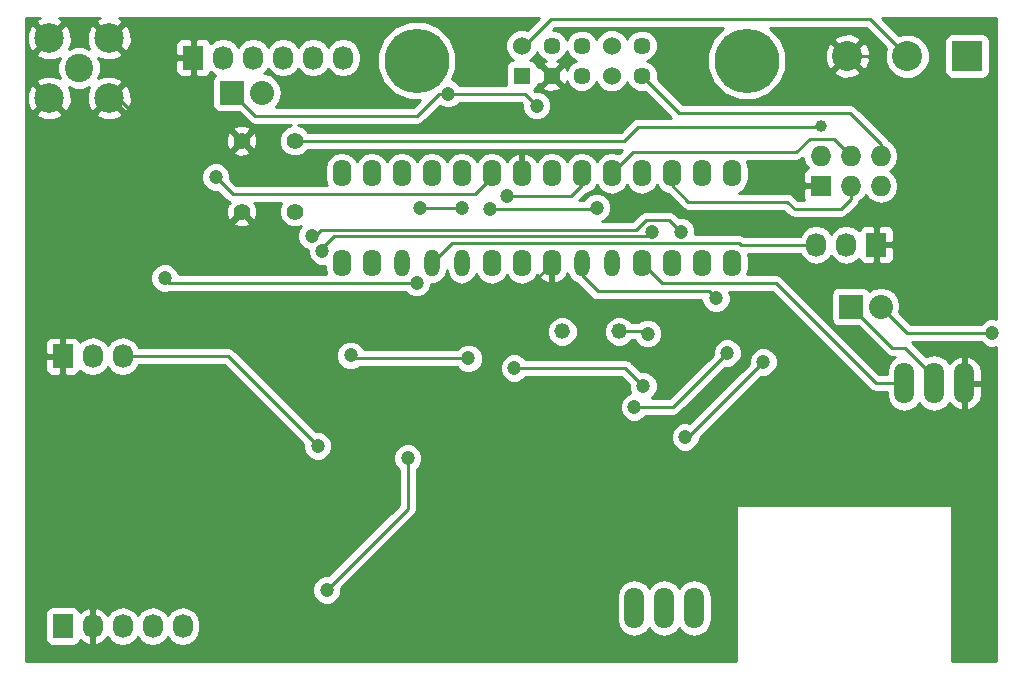
<source format=gbl>
G04 #@! TF.FileFunction,Copper,L2,Bot,Signal*
%FSLAX46Y46*%
G04 Gerber Fmt 4.6, Leading zero omitted, Abs format (unit mm)*
G04 Created by KiCad (PCBNEW 4.0.1-stable) date 4/15/2016 12:19:49 PM*
%MOMM*%
G01*
G04 APERTURE LIST*
%ADD10C,0.150000*%
%ADD11O,1.600000X2.300000*%
%ADD12O,1.300000X2.300000*%
%ADD13C,5.461000*%
%ADD14R,1.400000X1.400000*%
%ADD15C,1.524000*%
%ADD16C,1.450000*%
%ADD17R,2.032000X2.032000*%
%ADD18O,2.032000X2.032000*%
%ADD19R,1.727200X2.032000*%
%ADD20O,1.727200X2.032000*%
%ADD21R,1.727200X1.727200*%
%ADD22O,1.727200X1.727200*%
%ADD23C,2.400000*%
%ADD24C,2.500000*%
%ADD25C,1.397000*%
%ADD26C,1.320800*%
%ADD27R,2.540000X2.540000*%
%ADD28C,2.540000*%
%ADD29O,1.699260X3.500120*%
%ADD30C,1.200000*%
%ADD31C,1.000000*%
%ADD32C,0.254000*%
G04 APERTURE END LIST*
D10*
D11*
X43815000Y-36830000D03*
X46355000Y-36830000D03*
D12*
X48895000Y-36830000D03*
X51435000Y-36830000D03*
X53975000Y-36830000D03*
D11*
X56515000Y-36830000D03*
X59055000Y-36830000D03*
X61595000Y-36830000D03*
D12*
X64135000Y-36830000D03*
X66675000Y-36830000D03*
D11*
X69215000Y-36830000D03*
X71755000Y-36830000D03*
X74295000Y-36830000D03*
X76835000Y-36830000D03*
X76835000Y-29210000D03*
X74295000Y-29210000D03*
X71755000Y-29210000D03*
X69215000Y-29210000D03*
X66675000Y-29210000D03*
X64135000Y-29210000D03*
X61595000Y-29210000D03*
X59055000Y-29210000D03*
X56515000Y-29210000D03*
X53975000Y-29210000D03*
X51435000Y-29210000D03*
X48895000Y-29210000D03*
X46355000Y-29210000D03*
X43815000Y-29210000D03*
D13*
X50165000Y-19685000D03*
X78105000Y-19685000D03*
D14*
X59055000Y-20955000D03*
D15*
X59055000Y-18415000D03*
D16*
X61595000Y-20955000D03*
X61595000Y-18415000D03*
X64135000Y-20955000D03*
X64135000Y-18415000D03*
D15*
X66675000Y-20955000D03*
X66675000Y-18415000D03*
D16*
X69215000Y-20955000D03*
X69215000Y-18415000D03*
D17*
X34544000Y-22415500D03*
D18*
X37084000Y-22415500D03*
D19*
X31242000Y-19431000D03*
D20*
X33782000Y-19431000D03*
X36322000Y-19431000D03*
X38862000Y-19431000D03*
X41402000Y-19431000D03*
X43942000Y-19431000D03*
D21*
X84378800Y-30276800D03*
D22*
X84378800Y-27736800D03*
X86918800Y-30276800D03*
X86918800Y-27736800D03*
X89458800Y-30276800D03*
X89458800Y-27736800D03*
D23*
X21590000Y-20320000D03*
D24*
X19050000Y-17780000D03*
X24130000Y-17780000D03*
X24130000Y-22860000D03*
X19050000Y-22860000D03*
D25*
X39842440Y-32463740D03*
X35341560Y-32463740D03*
X39842440Y-26464260D03*
X35341560Y-26464260D03*
D26*
X67335400Y-42621200D03*
X62509400Y-42621200D03*
D27*
X96774000Y-19304000D03*
D28*
X91694000Y-19304000D03*
X86614000Y-19304000D03*
D17*
X86918800Y-40513000D03*
D18*
X89458800Y-40513000D03*
D19*
X89077800Y-35280600D03*
D20*
X86537800Y-35280600D03*
X83997800Y-35280600D03*
D29*
X71120000Y-66040000D03*
X73660000Y-66040000D03*
X68580000Y-66040000D03*
X93980000Y-46990000D03*
X91440000Y-46990000D03*
X96520000Y-46990000D03*
D19*
X20193000Y-67564000D03*
D20*
X22733000Y-67564000D03*
X25273000Y-67564000D03*
X27813000Y-67564000D03*
X30353000Y-67564000D03*
D19*
X20193000Y-44704000D03*
D20*
X22733000Y-44704000D03*
X25273000Y-44704000D03*
D30*
X87757000Y-50546000D03*
X51181000Y-67818000D03*
X49911000Y-67818000D03*
X52451000Y-67818000D03*
X51181000Y-61976000D03*
X52451000Y-61976000D03*
X49911000Y-61976000D03*
X69723000Y-40513000D03*
X73787000Y-54737000D03*
X64262000Y-51308000D03*
X62738000Y-51308000D03*
X64262000Y-49784000D03*
X61214000Y-51308000D03*
X61214000Y-49784000D03*
X62738000Y-49784000D03*
X51562000Y-56642000D03*
X52070000Y-42672000D03*
X92710000Y-34036000D03*
X47244000Y-66294000D03*
X44577000Y-44640500D03*
X54546500Y-44894500D03*
X52832000Y-22479000D03*
X60325000Y-23495000D03*
X57785000Y-31115000D03*
D31*
X84429600Y-25191720D03*
D30*
X98907600Y-42748200D03*
X69342000Y-47244000D03*
X58420000Y-45720000D03*
X75514200Y-39827200D03*
X69723000Y-42799000D03*
X42545000Y-64516000D03*
X49403000Y-53340000D03*
X56388000Y-32258000D03*
X65405000Y-32131000D03*
X76454000Y-44450000D03*
X68580000Y-49022000D03*
X72898000Y-51562000D03*
X79502000Y-45212000D03*
X33147000Y-29540200D03*
X53975000Y-32131000D03*
X50419000Y-32131000D03*
X28829000Y-38100000D03*
X50165000Y-38506400D03*
X41783000Y-52324000D03*
X42164000Y-35814000D03*
X70104000Y-34163000D03*
X72517000Y-34163000D03*
X41275000Y-34544000D03*
D32*
X63119000Y-40741600D02*
X69494400Y-40741600D01*
X63119000Y-40741600D02*
X61595000Y-39217600D01*
X61595000Y-36830000D02*
X61595000Y-39217600D01*
X69494400Y-40741600D02*
X69723000Y-40513000D01*
X96520000Y-48006000D02*
X96520000Y-46990000D01*
X52120800Y-42621200D02*
X52070000Y-42672000D01*
X55905400Y-42621200D02*
X61595000Y-36931600D01*
X55905400Y-42621200D02*
X52120800Y-42621200D01*
X91465400Y-35280600D02*
X89077800Y-35280600D01*
X92710000Y-34036000D02*
X91465400Y-35280600D01*
X86614000Y-19304000D02*
X88392000Y-19304000D01*
X96520000Y-27432000D02*
X96520000Y-30480000D01*
X88392000Y-19304000D02*
X96520000Y-27432000D01*
X61595000Y-20955000D02*
X61595000Y-20904200D01*
X61595000Y-36830000D02*
X61595000Y-36931600D01*
X24130000Y-22860000D02*
X24866600Y-22860000D01*
X24866600Y-22860000D02*
X29438600Y-27432000D01*
X29438600Y-27432000D02*
X34373820Y-27432000D01*
X34373820Y-27432000D02*
X35341560Y-26464260D01*
X44577000Y-44640500D02*
X44831000Y-44894500D01*
X44831000Y-44894500D02*
X54546500Y-44894500D01*
X52832000Y-22479000D02*
X52070000Y-22479000D01*
X36512500Y-24384000D02*
X34544000Y-22415500D01*
X50165000Y-24384000D02*
X36512500Y-24384000D01*
X52070000Y-22479000D02*
X50165000Y-24384000D01*
X59309000Y-22479000D02*
X52832000Y-22479000D01*
X60325000Y-23495000D02*
X59309000Y-22479000D01*
X63246000Y-31115000D02*
X64135000Y-30226000D01*
X57785000Y-31115000D02*
X63246000Y-31115000D01*
X64135000Y-30226000D02*
X64135000Y-29210000D01*
X59055000Y-18415000D02*
X59283600Y-18415000D01*
X59283600Y-18415000D02*
X61569600Y-16129000D01*
X88519000Y-16129000D02*
X91694000Y-19304000D01*
X61569600Y-16129000D02*
X88519000Y-16129000D01*
X64135000Y-29210000D02*
X64389000Y-29210000D01*
X64135000Y-29210000D02*
X64135000Y-29591000D01*
X84328000Y-25273000D02*
X84348320Y-25273000D01*
X68935600Y-25273000D02*
X68808600Y-25400000D01*
X67744340Y-26464260D02*
X68808600Y-25400000D01*
X39842440Y-26464260D02*
X67744340Y-26464260D01*
X84328000Y-25273000D02*
X68935600Y-25273000D01*
X84348320Y-25273000D02*
X84429600Y-25191720D01*
X98907600Y-42748200D02*
X91694000Y-42748200D01*
X91694000Y-42748200D02*
X89458800Y-40513000D01*
X69342000Y-47244000D02*
X67818000Y-45720000D01*
X67818000Y-45720000D02*
X58420000Y-45720000D01*
X65481200Y-39217600D02*
X64135000Y-37871400D01*
X74904600Y-39217600D02*
X65481200Y-39217600D01*
X75514200Y-39827200D02*
X74904600Y-39217600D01*
X64135000Y-37871400D02*
X64135000Y-36830000D01*
X69545200Y-42621200D02*
X67335400Y-42621200D01*
X69723000Y-42799000D02*
X69545200Y-42621200D01*
X83997800Y-35280600D02*
X77602080Y-35280600D01*
X53136800Y-35128200D02*
X51435000Y-36830000D01*
X77449680Y-35128200D02*
X53136800Y-35128200D01*
X77602080Y-35280600D02*
X77449680Y-35128200D01*
X42545000Y-64516000D02*
X49403000Y-57658000D01*
X49403000Y-57658000D02*
X49403000Y-53340000D01*
X65278000Y-32258000D02*
X56388000Y-32258000D01*
X65405000Y-32131000D02*
X65278000Y-32258000D01*
X91440000Y-46990000D02*
X89027000Y-46990000D01*
X70942200Y-38557200D02*
X69215000Y-36830000D01*
X80594200Y-38557200D02*
X70942200Y-38557200D01*
X89027000Y-46990000D02*
X80594200Y-38557200D01*
X68580000Y-49022000D02*
X71882000Y-49022000D01*
X71882000Y-49022000D02*
X76454000Y-44450000D01*
X72898000Y-51562000D02*
X73152000Y-51562000D01*
X73152000Y-51562000D02*
X79502000Y-45212000D01*
X86106000Y-32258000D02*
X82169000Y-32258000D01*
X86106000Y-32258000D02*
X86918800Y-31445200D01*
X86918800Y-30276800D02*
X86918800Y-31445200D01*
X73152000Y-31623000D02*
X81534000Y-31623000D01*
X81534000Y-31623000D02*
X82169000Y-32258000D01*
X73152000Y-31623000D02*
X71755000Y-30226000D01*
X71755000Y-29210000D02*
X71755000Y-30226000D01*
X71755000Y-29210000D02*
X72034400Y-29210000D01*
X71755000Y-29210000D02*
X72136000Y-29210000D01*
X71755000Y-29210000D02*
X71882000Y-29210000D01*
X69215000Y-29210000D02*
X69596000Y-29210000D01*
X89458800Y-27736800D02*
X89458800Y-26720800D01*
X72390000Y-24130000D02*
X69215000Y-20955000D01*
X86868000Y-24130000D02*
X72390000Y-24130000D01*
X89458800Y-26720800D02*
X86868000Y-24130000D01*
X85471000Y-26289000D02*
X83439000Y-26289000D01*
X86918800Y-27736800D02*
X85471000Y-26289000D01*
X68453000Y-27432000D02*
X66675000Y-29210000D01*
X82296000Y-27432000D02*
X68453000Y-27432000D01*
X83439000Y-26289000D02*
X82296000Y-27432000D01*
X66675000Y-29210000D02*
X66675000Y-28905200D01*
X66675000Y-29210000D02*
X67056000Y-29210000D01*
X34594800Y-30988000D02*
X33147000Y-29540200D01*
X55092600Y-30988000D02*
X34594800Y-30988000D01*
X55092600Y-30988000D02*
X56515000Y-29565600D01*
X56515000Y-29210000D02*
X56515000Y-29565600D01*
X50419000Y-32131000D02*
X53975000Y-32131000D01*
X50546000Y-32004000D02*
X50419000Y-32131000D01*
X50165000Y-38506400D02*
X29235400Y-38506400D01*
X29235400Y-38506400D02*
X28829000Y-38100000D01*
X50165000Y-38506400D02*
X50241200Y-38582600D01*
X25273000Y-44704000D02*
X34163000Y-44704000D01*
X34163000Y-44704000D02*
X41783000Y-52324000D01*
X93980000Y-46990000D02*
X93980000Y-46456600D01*
X93980000Y-46456600D02*
X91541600Y-44018200D01*
X90424000Y-44018200D02*
X86918800Y-40513000D01*
X91541600Y-44018200D02*
X90424000Y-44018200D01*
X93980000Y-46075600D02*
X93980000Y-46990000D01*
X42164000Y-35560000D02*
X42164000Y-35814000D01*
X43180000Y-34544000D02*
X42164000Y-35560000D01*
X69723000Y-34544000D02*
X43180000Y-34544000D01*
X70104000Y-34163000D02*
X69723000Y-34544000D01*
X72517000Y-34163000D02*
X71501000Y-33147000D01*
X71501000Y-33147000D02*
X69596000Y-33147000D01*
X69596000Y-33147000D02*
X68707000Y-34036000D01*
X68707000Y-34036000D02*
X42037000Y-34036000D01*
X42037000Y-34036000D02*
X41529000Y-34544000D01*
X41529000Y-34544000D02*
X41275000Y-34544000D01*
G36*
X18025533Y-16153877D02*
X17896285Y-16446680D01*
X19050000Y-17600395D01*
X20203715Y-16446680D01*
X20074467Y-16153877D01*
X19843770Y-16065500D01*
X23318894Y-16065500D01*
X23105533Y-16153877D01*
X22976285Y-16446680D01*
X24130000Y-17600395D01*
X25283715Y-16446680D01*
X25154467Y-16153877D01*
X24923770Y-16065500D01*
X60555469Y-16065500D01*
X59523911Y-17097059D01*
X59334100Y-17018243D01*
X58778339Y-17017758D01*
X58264697Y-17229990D01*
X57871371Y-17622630D01*
X57658243Y-18135900D01*
X57657758Y-18691661D01*
X57869990Y-19205303D01*
X58262630Y-19598629D01*
X58306236Y-19616736D01*
X58119683Y-19651838D01*
X57903559Y-19790910D01*
X57758569Y-20003110D01*
X57707560Y-20255000D01*
X57707560Y-21655000D01*
X57719226Y-21717000D01*
X53816360Y-21717000D01*
X53532485Y-21432629D01*
X53149470Y-21273587D01*
X53529914Y-20357376D01*
X53531083Y-19018498D01*
X53019796Y-17781088D01*
X52073892Y-16833532D01*
X50837376Y-16320086D01*
X49498498Y-16318917D01*
X48261088Y-16830204D01*
X47313532Y-17776108D01*
X46800086Y-19012624D01*
X46798917Y-20351502D01*
X47310204Y-21588912D01*
X48256108Y-22536468D01*
X49492624Y-23049914D01*
X50420646Y-23050724D01*
X49849370Y-23622000D01*
X38241373Y-23622000D01*
X38251433Y-23615278D01*
X38609325Y-23079655D01*
X38735000Y-22447845D01*
X38735000Y-22383155D01*
X38609325Y-21751345D01*
X38251433Y-21215722D01*
X37715810Y-20857830D01*
X37247947Y-20764766D01*
X37381670Y-20675415D01*
X37592000Y-20360634D01*
X37802330Y-20675415D01*
X38288511Y-21000271D01*
X38862000Y-21114345D01*
X39435489Y-21000271D01*
X39921670Y-20675415D01*
X40132000Y-20360634D01*
X40342330Y-20675415D01*
X40828511Y-21000271D01*
X41402000Y-21114345D01*
X41975489Y-21000271D01*
X42461670Y-20675415D01*
X42672000Y-20360634D01*
X42882330Y-20675415D01*
X43368511Y-21000271D01*
X43942000Y-21114345D01*
X44515489Y-21000271D01*
X45001670Y-20675415D01*
X45326526Y-20189234D01*
X45440600Y-19615745D01*
X45440600Y-19246255D01*
X45326526Y-18672766D01*
X45001670Y-18186585D01*
X44515489Y-17861729D01*
X43942000Y-17747655D01*
X43368511Y-17861729D01*
X42882330Y-18186585D01*
X42672000Y-18501366D01*
X42461670Y-18186585D01*
X41975489Y-17861729D01*
X41402000Y-17747655D01*
X40828511Y-17861729D01*
X40342330Y-18186585D01*
X40132000Y-18501366D01*
X39921670Y-18186585D01*
X39435489Y-17861729D01*
X38862000Y-17747655D01*
X38288511Y-17861729D01*
X37802330Y-18186585D01*
X37592000Y-18501366D01*
X37381670Y-18186585D01*
X36895489Y-17861729D01*
X36322000Y-17747655D01*
X35748511Y-17861729D01*
X35262330Y-18186585D01*
X35052000Y-18501366D01*
X34841670Y-18186585D01*
X34355489Y-17861729D01*
X33782000Y-17747655D01*
X33208511Y-17861729D01*
X32722330Y-18186585D01*
X32707500Y-18208780D01*
X32643927Y-18055302D01*
X32465299Y-17876673D01*
X32231910Y-17780000D01*
X31527750Y-17780000D01*
X31369000Y-17938750D01*
X31369000Y-19304000D01*
X31389000Y-19304000D01*
X31389000Y-19558000D01*
X31369000Y-19558000D01*
X31369000Y-20923250D01*
X31527750Y-21082000D01*
X32231910Y-21082000D01*
X32465299Y-20985327D01*
X32643927Y-20806698D01*
X32707500Y-20653220D01*
X32722330Y-20675415D01*
X33094328Y-20923976D01*
X33076559Y-20935410D01*
X32931569Y-21147610D01*
X32880560Y-21399500D01*
X32880560Y-23431500D01*
X32924838Y-23666817D01*
X33063910Y-23882941D01*
X33276110Y-24027931D01*
X33528000Y-24078940D01*
X35129809Y-24078940D01*
X35973684Y-24922815D01*
X36061357Y-24981396D01*
X36220895Y-25087996D01*
X36512500Y-25146000D01*
X39540911Y-25146000D01*
X39088060Y-25333114D01*
X38712613Y-25707907D01*
X38509172Y-26197847D01*
X38508709Y-26728346D01*
X38711294Y-27218640D01*
X39086087Y-27594087D01*
X39576027Y-27797528D01*
X40106526Y-27797991D01*
X40596820Y-27595406D01*
X40966610Y-27226260D01*
X67581109Y-27226260D01*
X67274479Y-27532891D01*
X67224151Y-27499263D01*
X66675000Y-27390030D01*
X66125849Y-27499263D01*
X65660302Y-27810332D01*
X65405000Y-28192418D01*
X65149698Y-27810332D01*
X64684151Y-27499263D01*
X64135000Y-27390030D01*
X63585849Y-27499263D01*
X63120302Y-27810332D01*
X62865000Y-28192418D01*
X62609698Y-27810332D01*
X62144151Y-27499263D01*
X61595000Y-27390030D01*
X61045849Y-27499263D01*
X60580302Y-27810332D01*
X60327851Y-28188151D01*
X59979896Y-27755500D01*
X59486819Y-27485633D01*
X59404039Y-27468096D01*
X59182000Y-27590085D01*
X59182000Y-29083000D01*
X59202000Y-29083000D01*
X59202000Y-29337000D01*
X59182000Y-29337000D01*
X59182000Y-29357000D01*
X58928000Y-29357000D01*
X58928000Y-29337000D01*
X58908000Y-29337000D01*
X58908000Y-29083000D01*
X58928000Y-29083000D01*
X58928000Y-27590085D01*
X58705961Y-27468096D01*
X58623181Y-27485633D01*
X58130104Y-27755500D01*
X57782149Y-28188151D01*
X57529698Y-27810332D01*
X57064151Y-27499263D01*
X56515000Y-27390030D01*
X55965849Y-27499263D01*
X55500302Y-27810332D01*
X55245000Y-28192418D01*
X54989698Y-27810332D01*
X54524151Y-27499263D01*
X53975000Y-27390030D01*
X53425849Y-27499263D01*
X52960302Y-27810332D01*
X52705000Y-28192418D01*
X52449698Y-27810332D01*
X51984151Y-27499263D01*
X51435000Y-27390030D01*
X50885849Y-27499263D01*
X50420302Y-27810332D01*
X50165000Y-28192418D01*
X49909698Y-27810332D01*
X49444151Y-27499263D01*
X48895000Y-27390030D01*
X48345849Y-27499263D01*
X47880302Y-27810332D01*
X47625000Y-28192418D01*
X47369698Y-27810332D01*
X46904151Y-27499263D01*
X46355000Y-27390030D01*
X45805849Y-27499263D01*
X45340302Y-27810332D01*
X45085000Y-28192418D01*
X44829698Y-27810332D01*
X44364151Y-27499263D01*
X43815000Y-27390030D01*
X43265849Y-27499263D01*
X42800302Y-27810332D01*
X42489233Y-28275879D01*
X42380000Y-28825030D01*
X42380000Y-29594970D01*
X42489233Y-30144121D01*
X42543943Y-30226000D01*
X34910431Y-30226000D01*
X34381863Y-29697433D01*
X34382214Y-29295621D01*
X34194592Y-28841543D01*
X33847485Y-28493829D01*
X33393734Y-28305415D01*
X32902421Y-28304986D01*
X32448343Y-28492608D01*
X32100629Y-28839715D01*
X31912215Y-29293466D01*
X31911786Y-29784779D01*
X32099408Y-30238857D01*
X32446515Y-30586571D01*
X32900266Y-30774985D01*
X33304507Y-30775338D01*
X34055984Y-31526815D01*
X34246053Y-31653815D01*
X34303195Y-31691996D01*
X34399640Y-31711180D01*
X34171760Y-31770811D01*
X33995633Y-32271220D01*
X34024412Y-32800939D01*
X34171760Y-33156669D01*
X34407372Y-33218323D01*
X35161955Y-32463740D01*
X35147813Y-32449598D01*
X35327418Y-32269993D01*
X35341560Y-32284135D01*
X35355703Y-32269993D01*
X35535308Y-32449598D01*
X35521165Y-32463740D01*
X36275748Y-33218323D01*
X36511360Y-33156669D01*
X36687487Y-32656260D01*
X36658708Y-32126541D01*
X36511360Y-31770811D01*
X36431830Y-31750000D01*
X38694919Y-31750000D01*
X38509172Y-32197327D01*
X38508709Y-32727826D01*
X38711294Y-33218120D01*
X39086087Y-33593567D01*
X39576027Y-33797008D01*
X40106526Y-33797471D01*
X40393561Y-33678871D01*
X40228629Y-33843515D01*
X40040215Y-34297266D01*
X40039786Y-34788579D01*
X40227408Y-35242657D01*
X40574515Y-35590371D01*
X40929066Y-35737594D01*
X40928786Y-36058579D01*
X41116408Y-36512657D01*
X41463515Y-36860371D01*
X41917266Y-37048785D01*
X42380000Y-37049189D01*
X42380000Y-37214970D01*
X42485310Y-37744400D01*
X30018341Y-37744400D01*
X29876592Y-37401343D01*
X29529485Y-37053629D01*
X29075734Y-36865215D01*
X28584421Y-36864786D01*
X28130343Y-37052408D01*
X27782629Y-37399515D01*
X27594215Y-37853266D01*
X27593786Y-38344579D01*
X27781408Y-38798657D01*
X28128515Y-39146371D01*
X28582266Y-39334785D01*
X29073579Y-39335214D01*
X29235319Y-39268384D01*
X29235400Y-39268400D01*
X49180640Y-39268400D01*
X49464515Y-39552771D01*
X49918266Y-39741185D01*
X50409579Y-39741614D01*
X50863657Y-39553992D01*
X51211371Y-39206885D01*
X51399785Y-38753134D01*
X51399881Y-38642984D01*
X51435000Y-38649970D01*
X51926748Y-38552155D01*
X52343632Y-38273602D01*
X52622185Y-37856718D01*
X52705000Y-37440380D01*
X52787815Y-37856718D01*
X53066368Y-38273602D01*
X53483252Y-38552155D01*
X53975000Y-38649970D01*
X54466748Y-38552155D01*
X54883632Y-38273602D01*
X55162185Y-37856718D01*
X55184918Y-37742430D01*
X55189233Y-37764121D01*
X55500302Y-38229668D01*
X55965849Y-38540737D01*
X56515000Y-38649970D01*
X57064151Y-38540737D01*
X57529698Y-38229668D01*
X57785000Y-37847582D01*
X58040302Y-38229668D01*
X58505849Y-38540737D01*
X59055000Y-38649970D01*
X59604151Y-38540737D01*
X60069698Y-38229668D01*
X60322149Y-37851849D01*
X60670104Y-38284500D01*
X61163181Y-38554367D01*
X61245961Y-38571904D01*
X61468000Y-38449915D01*
X61468000Y-36957000D01*
X61448000Y-36957000D01*
X61448000Y-36703000D01*
X61468000Y-36703000D01*
X61468000Y-36683000D01*
X61722000Y-36683000D01*
X61722000Y-36703000D01*
X61742000Y-36703000D01*
X61742000Y-36957000D01*
X61722000Y-36957000D01*
X61722000Y-38449915D01*
X61944039Y-38571904D01*
X62026819Y-38554367D01*
X62519896Y-38284500D01*
X62872166Y-37846483D01*
X62915986Y-37696704D01*
X62947815Y-37856718D01*
X63226368Y-38273602D01*
X63643252Y-38552155D01*
X63761682Y-38575712D01*
X64942384Y-39756415D01*
X65189595Y-39921596D01*
X65481200Y-39979600D01*
X74279066Y-39979600D01*
X74278986Y-40071779D01*
X74466608Y-40525857D01*
X74813715Y-40873571D01*
X75267466Y-41061985D01*
X75758779Y-41062414D01*
X76212857Y-40874792D01*
X76560571Y-40527685D01*
X76748985Y-40073934D01*
X76749414Y-39582621D01*
X76640570Y-39319200D01*
X80278570Y-39319200D01*
X88488185Y-47528815D01*
X88735395Y-47693996D01*
X89027000Y-47752000D01*
X89955370Y-47752000D01*
X89955370Y-47937156D01*
X90068381Y-48505299D01*
X90390208Y-48986948D01*
X90871857Y-49308775D01*
X91440000Y-49421786D01*
X92008143Y-49308775D01*
X92489792Y-48986948D01*
X92710000Y-48657383D01*
X92930208Y-48986948D01*
X93411857Y-49308775D01*
X93980000Y-49421786D01*
X94548143Y-49308775D01*
X95029792Y-48986948D01*
X95255516Y-48649127D01*
X95560011Y-49030024D01*
X96069190Y-49310649D01*
X96163168Y-49331540D01*
X96393000Y-49210214D01*
X96393000Y-47117000D01*
X96647000Y-47117000D01*
X96647000Y-49210214D01*
X96876832Y-49331540D01*
X96970810Y-49310649D01*
X97479989Y-49030024D01*
X97843018Y-48575906D01*
X98004630Y-48017430D01*
X98004630Y-47117000D01*
X96647000Y-47117000D01*
X96393000Y-47117000D01*
X96373000Y-47117000D01*
X96373000Y-46863000D01*
X96393000Y-46863000D01*
X96393000Y-44769786D01*
X96647000Y-44769786D01*
X96647000Y-46863000D01*
X98004630Y-46863000D01*
X98004630Y-45962570D01*
X97843018Y-45404094D01*
X97479989Y-44949976D01*
X96970810Y-44669351D01*
X96876832Y-44648460D01*
X96647000Y-44769786D01*
X96393000Y-44769786D01*
X96163168Y-44648460D01*
X96069190Y-44669351D01*
X95560011Y-44949976D01*
X95255516Y-45330873D01*
X95029792Y-44993052D01*
X94548143Y-44671225D01*
X93980000Y-44558214D01*
X93411857Y-44671225D01*
X93328172Y-44727141D01*
X92111230Y-43510200D01*
X97923240Y-43510200D01*
X98207115Y-43794571D01*
X98660866Y-43982985D01*
X99152179Y-43983414D01*
X99250500Y-43942788D01*
X99250500Y-70548500D01*
X95504000Y-70548500D01*
X95504000Y-57404000D01*
X95493994Y-57354590D01*
X95465553Y-57312965D01*
X95423159Y-57285685D01*
X95377000Y-57277000D01*
X77343000Y-57277000D01*
X77293590Y-57287006D01*
X77251965Y-57315447D01*
X77224685Y-57357841D01*
X77216000Y-57404000D01*
X77216000Y-70548500D01*
X17081500Y-70548500D01*
X17081500Y-66548000D01*
X18681960Y-66548000D01*
X18681960Y-68580000D01*
X18726238Y-68815317D01*
X18865310Y-69031441D01*
X19077510Y-69176431D01*
X19329400Y-69227440D01*
X21056600Y-69227440D01*
X21291917Y-69183162D01*
X21508041Y-69044090D01*
X21653031Y-68831890D01*
X21672232Y-68737073D01*
X21830964Y-68914732D01*
X22358209Y-69168709D01*
X22373974Y-69171358D01*
X22606000Y-69050217D01*
X22606000Y-67691000D01*
X22586000Y-67691000D01*
X22586000Y-67437000D01*
X22606000Y-67437000D01*
X22606000Y-66077783D01*
X22860000Y-66077783D01*
X22860000Y-67437000D01*
X22880000Y-67437000D01*
X22880000Y-67691000D01*
X22860000Y-67691000D01*
X22860000Y-69050217D01*
X23092026Y-69171358D01*
X23107791Y-69168709D01*
X23635036Y-68914732D01*
X24006539Y-68498931D01*
X24213330Y-68808415D01*
X24699511Y-69133271D01*
X25273000Y-69247345D01*
X25846489Y-69133271D01*
X26332670Y-68808415D01*
X26543000Y-68493634D01*
X26753330Y-68808415D01*
X27239511Y-69133271D01*
X27813000Y-69247345D01*
X28386489Y-69133271D01*
X28872670Y-68808415D01*
X29083000Y-68493634D01*
X29293330Y-68808415D01*
X29779511Y-69133271D01*
X30353000Y-69247345D01*
X30926489Y-69133271D01*
X31412670Y-68808415D01*
X31737526Y-68322234D01*
X31851600Y-67748745D01*
X31851600Y-67379255D01*
X31737526Y-66805766D01*
X31412670Y-66319585D01*
X30926489Y-65994729D01*
X30353000Y-65880655D01*
X29779511Y-65994729D01*
X29293330Y-66319585D01*
X29083000Y-66634366D01*
X28872670Y-66319585D01*
X28386489Y-65994729D01*
X27813000Y-65880655D01*
X27239511Y-65994729D01*
X26753330Y-66319585D01*
X26543000Y-66634366D01*
X26332670Y-66319585D01*
X25846489Y-65994729D01*
X25273000Y-65880655D01*
X24699511Y-65994729D01*
X24213330Y-66319585D01*
X24006539Y-66629069D01*
X23635036Y-66213268D01*
X23107791Y-65959291D01*
X23092026Y-65956642D01*
X22860000Y-66077783D01*
X22606000Y-66077783D01*
X22373974Y-65956642D01*
X22358209Y-65959291D01*
X21830964Y-66213268D01*
X21674093Y-66388845D01*
X21659762Y-66312683D01*
X21520690Y-66096559D01*
X21308490Y-65951569D01*
X21056600Y-65900560D01*
X19329400Y-65900560D01*
X19094083Y-65944838D01*
X18877959Y-66083910D01*
X18732969Y-66296110D01*
X18681960Y-66548000D01*
X17081500Y-66548000D01*
X17081500Y-64760579D01*
X41309786Y-64760579D01*
X41497408Y-65214657D01*
X41844515Y-65562371D01*
X42298266Y-65750785D01*
X42789579Y-65751214D01*
X43243657Y-65563592D01*
X43591371Y-65216485D01*
X43642711Y-65092844D01*
X67095370Y-65092844D01*
X67095370Y-66987156D01*
X67208381Y-67555299D01*
X67530208Y-68036948D01*
X68011857Y-68358775D01*
X68580000Y-68471786D01*
X69148143Y-68358775D01*
X69629792Y-68036948D01*
X69850000Y-67707383D01*
X70070208Y-68036948D01*
X70551857Y-68358775D01*
X71120000Y-68471786D01*
X71688143Y-68358775D01*
X72169792Y-68036948D01*
X72390000Y-67707383D01*
X72610208Y-68036948D01*
X73091857Y-68358775D01*
X73660000Y-68471786D01*
X74228143Y-68358775D01*
X74709792Y-68036948D01*
X75031619Y-67555299D01*
X75144630Y-66987156D01*
X75144630Y-65092844D01*
X75031619Y-64524701D01*
X74709792Y-64043052D01*
X74228143Y-63721225D01*
X73660000Y-63608214D01*
X73091857Y-63721225D01*
X72610208Y-64043052D01*
X72390000Y-64372617D01*
X72169792Y-64043052D01*
X71688143Y-63721225D01*
X71120000Y-63608214D01*
X70551857Y-63721225D01*
X70070208Y-64043052D01*
X69850000Y-64372617D01*
X69629792Y-64043052D01*
X69148143Y-63721225D01*
X68580000Y-63608214D01*
X68011857Y-63721225D01*
X67530208Y-64043052D01*
X67208381Y-64524701D01*
X67095370Y-65092844D01*
X43642711Y-65092844D01*
X43779785Y-64762734D01*
X43780138Y-64358492D01*
X49941816Y-58196815D01*
X50040834Y-58048623D01*
X50106996Y-57949605D01*
X50165000Y-57658000D01*
X50165000Y-54324360D01*
X50449371Y-54040485D01*
X50637785Y-53586734D01*
X50638214Y-53095421D01*
X50450592Y-52641343D01*
X50103485Y-52293629D01*
X49649734Y-52105215D01*
X49158421Y-52104786D01*
X48704343Y-52292408D01*
X48356629Y-52639515D01*
X48168215Y-53093266D01*
X48167786Y-53584579D01*
X48355408Y-54038657D01*
X48641000Y-54324748D01*
X48641000Y-57342369D01*
X42702233Y-63281137D01*
X42300421Y-63280786D01*
X41846343Y-63468408D01*
X41498629Y-63815515D01*
X41310215Y-64269266D01*
X41309786Y-64760579D01*
X17081500Y-64760579D01*
X17081500Y-44989750D01*
X18694400Y-44989750D01*
X18694400Y-45846309D01*
X18791073Y-46079698D01*
X18969701Y-46258327D01*
X19203090Y-46355000D01*
X19907250Y-46355000D01*
X20066000Y-46196250D01*
X20066000Y-44831000D01*
X18853150Y-44831000D01*
X18694400Y-44989750D01*
X17081500Y-44989750D01*
X17081500Y-43561691D01*
X18694400Y-43561691D01*
X18694400Y-44418250D01*
X18853150Y-44577000D01*
X20066000Y-44577000D01*
X20066000Y-43211750D01*
X20320000Y-43211750D01*
X20320000Y-44577000D01*
X20340000Y-44577000D01*
X20340000Y-44831000D01*
X20320000Y-44831000D01*
X20320000Y-46196250D01*
X20478750Y-46355000D01*
X21182910Y-46355000D01*
X21416299Y-46258327D01*
X21594927Y-46079698D01*
X21658500Y-45926220D01*
X21673330Y-45948415D01*
X22159511Y-46273271D01*
X22733000Y-46387345D01*
X23306489Y-46273271D01*
X23792670Y-45948415D01*
X24003000Y-45633634D01*
X24213330Y-45948415D01*
X24699511Y-46273271D01*
X25273000Y-46387345D01*
X25846489Y-46273271D01*
X26332670Y-45948415D01*
X26655010Y-45466000D01*
X33847370Y-45466000D01*
X40548137Y-52166768D01*
X40547786Y-52568579D01*
X40735408Y-53022657D01*
X41082515Y-53370371D01*
X41536266Y-53558785D01*
X42027579Y-53559214D01*
X42481657Y-53371592D01*
X42829371Y-53024485D01*
X43017785Y-52570734D01*
X43018214Y-52079421D01*
X42905478Y-51806579D01*
X71662786Y-51806579D01*
X71850408Y-52260657D01*
X72197515Y-52608371D01*
X72651266Y-52796785D01*
X73142579Y-52797214D01*
X73596657Y-52609592D01*
X73944371Y-52262485D01*
X74132785Y-51808734D01*
X74132916Y-51658714D01*
X79344767Y-46446863D01*
X79746579Y-46447214D01*
X80200657Y-46259592D01*
X80548371Y-45912485D01*
X80736785Y-45458734D01*
X80737214Y-44967421D01*
X80549592Y-44513343D01*
X80202485Y-44165629D01*
X79748734Y-43977215D01*
X79257421Y-43976786D01*
X78803343Y-44164408D01*
X78455629Y-44511515D01*
X78267215Y-44965266D01*
X78266862Y-45369508D01*
X73260913Y-50375457D01*
X73144734Y-50327215D01*
X72653421Y-50326786D01*
X72199343Y-50514408D01*
X71851629Y-50861515D01*
X71663215Y-51315266D01*
X71662786Y-51806579D01*
X42905478Y-51806579D01*
X42830592Y-51625343D01*
X42483485Y-51277629D01*
X42029734Y-51089215D01*
X41625493Y-51088862D01*
X35421710Y-44885079D01*
X43341786Y-44885079D01*
X43529408Y-45339157D01*
X43876515Y-45686871D01*
X44330266Y-45875285D01*
X44821579Y-45875714D01*
X45275657Y-45688092D01*
X45307304Y-45656500D01*
X53562140Y-45656500D01*
X53846015Y-45940871D01*
X54299766Y-46129285D01*
X54791079Y-46129714D01*
X55190734Y-45964579D01*
X57184786Y-45964579D01*
X57372408Y-46418657D01*
X57719515Y-46766371D01*
X58173266Y-46954785D01*
X58664579Y-46955214D01*
X59118657Y-46767592D01*
X59404748Y-46482000D01*
X67502370Y-46482000D01*
X68107137Y-47086767D01*
X68106786Y-47488579D01*
X68245376Y-47823992D01*
X67881343Y-47974408D01*
X67533629Y-48321515D01*
X67345215Y-48775266D01*
X67344786Y-49266579D01*
X67532408Y-49720657D01*
X67879515Y-50068371D01*
X68333266Y-50256785D01*
X68824579Y-50257214D01*
X69278657Y-50069592D01*
X69564748Y-49784000D01*
X71882000Y-49784000D01*
X72173605Y-49725996D01*
X72420815Y-49560815D01*
X76296768Y-45684863D01*
X76698579Y-45685214D01*
X77152657Y-45497592D01*
X77500371Y-45150485D01*
X77688785Y-44696734D01*
X77689214Y-44205421D01*
X77501592Y-43751343D01*
X77154485Y-43403629D01*
X76700734Y-43215215D01*
X76209421Y-43214786D01*
X75755343Y-43402408D01*
X75407629Y-43749515D01*
X75219215Y-44203266D01*
X75218862Y-44607507D01*
X71566370Y-48260000D01*
X70072304Y-48260000D01*
X70388371Y-47944485D01*
X70576785Y-47490734D01*
X70577214Y-46999421D01*
X70389592Y-46545343D01*
X70042485Y-46197629D01*
X69588734Y-46009215D01*
X69184493Y-46008862D01*
X68356815Y-45181185D01*
X68310869Y-45150485D01*
X68109605Y-45016004D01*
X67818000Y-44958000D01*
X59404360Y-44958000D01*
X59120485Y-44673629D01*
X58666734Y-44485215D01*
X58175421Y-44484786D01*
X57721343Y-44672408D01*
X57373629Y-45019515D01*
X57185215Y-45473266D01*
X57184786Y-45964579D01*
X55190734Y-45964579D01*
X55245157Y-45942092D01*
X55592871Y-45594985D01*
X55781285Y-45141234D01*
X55781714Y-44649921D01*
X55594092Y-44195843D01*
X55246985Y-43848129D01*
X54793234Y-43659715D01*
X54301921Y-43659286D01*
X53847843Y-43846908D01*
X53561752Y-44132500D01*
X45703370Y-44132500D01*
X45624592Y-43941843D01*
X45277485Y-43594129D01*
X44823734Y-43405715D01*
X44332421Y-43405286D01*
X43878343Y-43592908D01*
X43530629Y-43940015D01*
X43342215Y-44393766D01*
X43341786Y-44885079D01*
X35421710Y-44885079D01*
X34701815Y-44165185D01*
X34691655Y-44158396D01*
X34454605Y-44000004D01*
X34163000Y-43942000D01*
X26655010Y-43942000D01*
X26332670Y-43459585D01*
X25846489Y-43134729D01*
X25273000Y-43020655D01*
X24699511Y-43134729D01*
X24213330Y-43459585D01*
X24003000Y-43774366D01*
X23792670Y-43459585D01*
X23306489Y-43134729D01*
X22733000Y-43020655D01*
X22159511Y-43134729D01*
X21673330Y-43459585D01*
X21658500Y-43481780D01*
X21594927Y-43328302D01*
X21416299Y-43149673D01*
X21182910Y-43053000D01*
X20478750Y-43053000D01*
X20320000Y-43211750D01*
X20066000Y-43211750D01*
X19907250Y-43053000D01*
X19203090Y-43053000D01*
X18969701Y-43149673D01*
X18791073Y-43328302D01*
X18694400Y-43561691D01*
X17081500Y-43561691D01*
X17081500Y-42877740D01*
X61213776Y-42877740D01*
X61410573Y-43354026D01*
X61774657Y-43718746D01*
X62250599Y-43916374D01*
X62765940Y-43916824D01*
X63242226Y-43720027D01*
X63606946Y-43355943D01*
X63804574Y-42880001D01*
X63804575Y-42877740D01*
X66039776Y-42877740D01*
X66236573Y-43354026D01*
X66600657Y-43718746D01*
X67076599Y-43916374D01*
X67591940Y-43916824D01*
X68068226Y-43720027D01*
X68405641Y-43383200D01*
X68628115Y-43383200D01*
X68675408Y-43497657D01*
X69022515Y-43845371D01*
X69476266Y-44033785D01*
X69967579Y-44034214D01*
X70421657Y-43846592D01*
X70769371Y-43499485D01*
X70957785Y-43045734D01*
X70958214Y-42554421D01*
X70770592Y-42100343D01*
X70423485Y-41752629D01*
X69969734Y-41564215D01*
X69478421Y-41563786D01*
X69024343Y-41751408D01*
X68916362Y-41859200D01*
X68405104Y-41859200D01*
X68070143Y-41523654D01*
X67594201Y-41326026D01*
X67078860Y-41325576D01*
X66602574Y-41522373D01*
X66237854Y-41886457D01*
X66040226Y-42362399D01*
X66039776Y-42877740D01*
X63804575Y-42877740D01*
X63805024Y-42364660D01*
X63608227Y-41888374D01*
X63244143Y-41523654D01*
X62768201Y-41326026D01*
X62252860Y-41325576D01*
X61776574Y-41522373D01*
X61411854Y-41886457D01*
X61214226Y-42362399D01*
X61213776Y-42877740D01*
X17081500Y-42877740D01*
X17081500Y-33397928D01*
X34586977Y-33397928D01*
X34648631Y-33633540D01*
X35149040Y-33809667D01*
X35678759Y-33780888D01*
X36034489Y-33633540D01*
X36096143Y-33397928D01*
X35341560Y-32643345D01*
X34586977Y-33397928D01*
X17081500Y-33397928D01*
X17081500Y-27398448D01*
X34586977Y-27398448D01*
X34648631Y-27634060D01*
X35149040Y-27810187D01*
X35678759Y-27781408D01*
X36034489Y-27634060D01*
X36096143Y-27398448D01*
X35341560Y-26643865D01*
X34586977Y-27398448D01*
X17081500Y-27398448D01*
X17081500Y-26271740D01*
X33995633Y-26271740D01*
X34024412Y-26801459D01*
X34171760Y-27157189D01*
X34407372Y-27218843D01*
X35161955Y-26464260D01*
X35521165Y-26464260D01*
X36275748Y-27218843D01*
X36511360Y-27157189D01*
X36687487Y-26656780D01*
X36658708Y-26127061D01*
X36511360Y-25771331D01*
X36275748Y-25709677D01*
X35521165Y-26464260D01*
X35161955Y-26464260D01*
X34407372Y-25709677D01*
X34171760Y-25771331D01*
X33995633Y-26271740D01*
X17081500Y-26271740D01*
X17081500Y-25530072D01*
X34586977Y-25530072D01*
X35341560Y-26284655D01*
X36096143Y-25530072D01*
X36034489Y-25294460D01*
X35534080Y-25118333D01*
X35004361Y-25147112D01*
X34648631Y-25294460D01*
X34586977Y-25530072D01*
X17081500Y-25530072D01*
X17081500Y-24193320D01*
X17896285Y-24193320D01*
X18025533Y-24486123D01*
X18725806Y-24754388D01*
X19475435Y-24734250D01*
X20074467Y-24486123D01*
X20203715Y-24193320D01*
X22976285Y-24193320D01*
X23105533Y-24486123D01*
X23805806Y-24754388D01*
X24555435Y-24734250D01*
X25154467Y-24486123D01*
X25283715Y-24193320D01*
X24130000Y-23039605D01*
X22976285Y-24193320D01*
X20203715Y-24193320D01*
X19050000Y-23039605D01*
X17896285Y-24193320D01*
X17081500Y-24193320D01*
X17081500Y-22535806D01*
X17155612Y-22535806D01*
X17175750Y-23285435D01*
X17423877Y-23884467D01*
X17716680Y-24013715D01*
X18870395Y-22860000D01*
X17716680Y-21706285D01*
X17423877Y-21835533D01*
X17155612Y-22535806D01*
X17081500Y-22535806D01*
X17081500Y-19113320D01*
X17896285Y-19113320D01*
X18025533Y-19406123D01*
X18725806Y-19674388D01*
X19475435Y-19654250D01*
X19963476Y-19452097D01*
X19755319Y-19953395D01*
X19754682Y-20683403D01*
X19964769Y-21191853D01*
X19374194Y-20965612D01*
X18624565Y-20985750D01*
X18025533Y-21233877D01*
X17896285Y-21526680D01*
X19050000Y-22680395D01*
X19064143Y-22666253D01*
X19243748Y-22845858D01*
X19229605Y-22860000D01*
X20383320Y-24013715D01*
X20676123Y-23884467D01*
X20944388Y-23184194D01*
X20924250Y-22434565D01*
X20722097Y-21946524D01*
X21223395Y-22154681D01*
X21953403Y-22155318D01*
X22461853Y-21945231D01*
X22235612Y-22535806D01*
X22255750Y-23285435D01*
X22503877Y-23884467D01*
X22796680Y-24013715D01*
X23950395Y-22860000D01*
X24309605Y-22860000D01*
X25463320Y-24013715D01*
X25756123Y-23884467D01*
X26024388Y-23184194D01*
X26004250Y-22434565D01*
X25756123Y-21835533D01*
X25463320Y-21706285D01*
X24309605Y-22860000D01*
X23950395Y-22860000D01*
X23936253Y-22845858D01*
X24115858Y-22666253D01*
X24130000Y-22680395D01*
X25283715Y-21526680D01*
X25154467Y-21233877D01*
X24454194Y-20965612D01*
X23704565Y-20985750D01*
X23216524Y-21187903D01*
X23424681Y-20686605D01*
X23425318Y-19956597D01*
X23326216Y-19716750D01*
X29743400Y-19716750D01*
X29743400Y-20573309D01*
X29840073Y-20806698D01*
X30018701Y-20985327D01*
X30252090Y-21082000D01*
X30956250Y-21082000D01*
X31115000Y-20923250D01*
X31115000Y-19558000D01*
X29902150Y-19558000D01*
X29743400Y-19716750D01*
X23326216Y-19716750D01*
X23215231Y-19448147D01*
X23805806Y-19674388D01*
X24555435Y-19654250D01*
X25154467Y-19406123D01*
X25283715Y-19113320D01*
X24130000Y-17959605D01*
X24115858Y-17973748D01*
X23936253Y-17794143D01*
X23950395Y-17780000D01*
X24309605Y-17780000D01*
X25463320Y-18933715D01*
X25756123Y-18804467D01*
X25953709Y-18288691D01*
X29743400Y-18288691D01*
X29743400Y-19145250D01*
X29902150Y-19304000D01*
X31115000Y-19304000D01*
X31115000Y-17938750D01*
X30956250Y-17780000D01*
X30252090Y-17780000D01*
X30018701Y-17876673D01*
X29840073Y-18055302D01*
X29743400Y-18288691D01*
X25953709Y-18288691D01*
X26024388Y-18104194D01*
X26004250Y-17354565D01*
X25756123Y-16755533D01*
X25463320Y-16626285D01*
X24309605Y-17780000D01*
X23950395Y-17780000D01*
X22796680Y-16626285D01*
X22503877Y-16755533D01*
X22235612Y-17455806D01*
X22255750Y-18205435D01*
X22457903Y-18693476D01*
X21956605Y-18485319D01*
X21226597Y-18484682D01*
X20718147Y-18694769D01*
X20944388Y-18104194D01*
X20924250Y-17354565D01*
X20676123Y-16755533D01*
X20383320Y-16626285D01*
X19229605Y-17780000D01*
X19243748Y-17794143D01*
X19064143Y-17973748D01*
X19050000Y-17959605D01*
X17896285Y-19113320D01*
X17081500Y-19113320D01*
X17081500Y-17455806D01*
X17155612Y-17455806D01*
X17175750Y-18205435D01*
X17423877Y-18804467D01*
X17716680Y-18933715D01*
X18870395Y-17780000D01*
X17716680Y-16626285D01*
X17423877Y-16755533D01*
X17155612Y-17455806D01*
X17081500Y-17455806D01*
X17081500Y-16065500D01*
X18238894Y-16065500D01*
X18025533Y-16153877D01*
X18025533Y-16153877D01*
G37*
X18025533Y-16153877D02*
X17896285Y-16446680D01*
X19050000Y-17600395D01*
X20203715Y-16446680D01*
X20074467Y-16153877D01*
X19843770Y-16065500D01*
X23318894Y-16065500D01*
X23105533Y-16153877D01*
X22976285Y-16446680D01*
X24130000Y-17600395D01*
X25283715Y-16446680D01*
X25154467Y-16153877D01*
X24923770Y-16065500D01*
X60555469Y-16065500D01*
X59523911Y-17097059D01*
X59334100Y-17018243D01*
X58778339Y-17017758D01*
X58264697Y-17229990D01*
X57871371Y-17622630D01*
X57658243Y-18135900D01*
X57657758Y-18691661D01*
X57869990Y-19205303D01*
X58262630Y-19598629D01*
X58306236Y-19616736D01*
X58119683Y-19651838D01*
X57903559Y-19790910D01*
X57758569Y-20003110D01*
X57707560Y-20255000D01*
X57707560Y-21655000D01*
X57719226Y-21717000D01*
X53816360Y-21717000D01*
X53532485Y-21432629D01*
X53149470Y-21273587D01*
X53529914Y-20357376D01*
X53531083Y-19018498D01*
X53019796Y-17781088D01*
X52073892Y-16833532D01*
X50837376Y-16320086D01*
X49498498Y-16318917D01*
X48261088Y-16830204D01*
X47313532Y-17776108D01*
X46800086Y-19012624D01*
X46798917Y-20351502D01*
X47310204Y-21588912D01*
X48256108Y-22536468D01*
X49492624Y-23049914D01*
X50420646Y-23050724D01*
X49849370Y-23622000D01*
X38241373Y-23622000D01*
X38251433Y-23615278D01*
X38609325Y-23079655D01*
X38735000Y-22447845D01*
X38735000Y-22383155D01*
X38609325Y-21751345D01*
X38251433Y-21215722D01*
X37715810Y-20857830D01*
X37247947Y-20764766D01*
X37381670Y-20675415D01*
X37592000Y-20360634D01*
X37802330Y-20675415D01*
X38288511Y-21000271D01*
X38862000Y-21114345D01*
X39435489Y-21000271D01*
X39921670Y-20675415D01*
X40132000Y-20360634D01*
X40342330Y-20675415D01*
X40828511Y-21000271D01*
X41402000Y-21114345D01*
X41975489Y-21000271D01*
X42461670Y-20675415D01*
X42672000Y-20360634D01*
X42882330Y-20675415D01*
X43368511Y-21000271D01*
X43942000Y-21114345D01*
X44515489Y-21000271D01*
X45001670Y-20675415D01*
X45326526Y-20189234D01*
X45440600Y-19615745D01*
X45440600Y-19246255D01*
X45326526Y-18672766D01*
X45001670Y-18186585D01*
X44515489Y-17861729D01*
X43942000Y-17747655D01*
X43368511Y-17861729D01*
X42882330Y-18186585D01*
X42672000Y-18501366D01*
X42461670Y-18186585D01*
X41975489Y-17861729D01*
X41402000Y-17747655D01*
X40828511Y-17861729D01*
X40342330Y-18186585D01*
X40132000Y-18501366D01*
X39921670Y-18186585D01*
X39435489Y-17861729D01*
X38862000Y-17747655D01*
X38288511Y-17861729D01*
X37802330Y-18186585D01*
X37592000Y-18501366D01*
X37381670Y-18186585D01*
X36895489Y-17861729D01*
X36322000Y-17747655D01*
X35748511Y-17861729D01*
X35262330Y-18186585D01*
X35052000Y-18501366D01*
X34841670Y-18186585D01*
X34355489Y-17861729D01*
X33782000Y-17747655D01*
X33208511Y-17861729D01*
X32722330Y-18186585D01*
X32707500Y-18208780D01*
X32643927Y-18055302D01*
X32465299Y-17876673D01*
X32231910Y-17780000D01*
X31527750Y-17780000D01*
X31369000Y-17938750D01*
X31369000Y-19304000D01*
X31389000Y-19304000D01*
X31389000Y-19558000D01*
X31369000Y-19558000D01*
X31369000Y-20923250D01*
X31527750Y-21082000D01*
X32231910Y-21082000D01*
X32465299Y-20985327D01*
X32643927Y-20806698D01*
X32707500Y-20653220D01*
X32722330Y-20675415D01*
X33094328Y-20923976D01*
X33076559Y-20935410D01*
X32931569Y-21147610D01*
X32880560Y-21399500D01*
X32880560Y-23431500D01*
X32924838Y-23666817D01*
X33063910Y-23882941D01*
X33276110Y-24027931D01*
X33528000Y-24078940D01*
X35129809Y-24078940D01*
X35973684Y-24922815D01*
X36061357Y-24981396D01*
X36220895Y-25087996D01*
X36512500Y-25146000D01*
X39540911Y-25146000D01*
X39088060Y-25333114D01*
X38712613Y-25707907D01*
X38509172Y-26197847D01*
X38508709Y-26728346D01*
X38711294Y-27218640D01*
X39086087Y-27594087D01*
X39576027Y-27797528D01*
X40106526Y-27797991D01*
X40596820Y-27595406D01*
X40966610Y-27226260D01*
X67581109Y-27226260D01*
X67274479Y-27532891D01*
X67224151Y-27499263D01*
X66675000Y-27390030D01*
X66125849Y-27499263D01*
X65660302Y-27810332D01*
X65405000Y-28192418D01*
X65149698Y-27810332D01*
X64684151Y-27499263D01*
X64135000Y-27390030D01*
X63585849Y-27499263D01*
X63120302Y-27810332D01*
X62865000Y-28192418D01*
X62609698Y-27810332D01*
X62144151Y-27499263D01*
X61595000Y-27390030D01*
X61045849Y-27499263D01*
X60580302Y-27810332D01*
X60327851Y-28188151D01*
X59979896Y-27755500D01*
X59486819Y-27485633D01*
X59404039Y-27468096D01*
X59182000Y-27590085D01*
X59182000Y-29083000D01*
X59202000Y-29083000D01*
X59202000Y-29337000D01*
X59182000Y-29337000D01*
X59182000Y-29357000D01*
X58928000Y-29357000D01*
X58928000Y-29337000D01*
X58908000Y-29337000D01*
X58908000Y-29083000D01*
X58928000Y-29083000D01*
X58928000Y-27590085D01*
X58705961Y-27468096D01*
X58623181Y-27485633D01*
X58130104Y-27755500D01*
X57782149Y-28188151D01*
X57529698Y-27810332D01*
X57064151Y-27499263D01*
X56515000Y-27390030D01*
X55965849Y-27499263D01*
X55500302Y-27810332D01*
X55245000Y-28192418D01*
X54989698Y-27810332D01*
X54524151Y-27499263D01*
X53975000Y-27390030D01*
X53425849Y-27499263D01*
X52960302Y-27810332D01*
X52705000Y-28192418D01*
X52449698Y-27810332D01*
X51984151Y-27499263D01*
X51435000Y-27390030D01*
X50885849Y-27499263D01*
X50420302Y-27810332D01*
X50165000Y-28192418D01*
X49909698Y-27810332D01*
X49444151Y-27499263D01*
X48895000Y-27390030D01*
X48345849Y-27499263D01*
X47880302Y-27810332D01*
X47625000Y-28192418D01*
X47369698Y-27810332D01*
X46904151Y-27499263D01*
X46355000Y-27390030D01*
X45805849Y-27499263D01*
X45340302Y-27810332D01*
X45085000Y-28192418D01*
X44829698Y-27810332D01*
X44364151Y-27499263D01*
X43815000Y-27390030D01*
X43265849Y-27499263D01*
X42800302Y-27810332D01*
X42489233Y-28275879D01*
X42380000Y-28825030D01*
X42380000Y-29594970D01*
X42489233Y-30144121D01*
X42543943Y-30226000D01*
X34910431Y-30226000D01*
X34381863Y-29697433D01*
X34382214Y-29295621D01*
X34194592Y-28841543D01*
X33847485Y-28493829D01*
X33393734Y-28305415D01*
X32902421Y-28304986D01*
X32448343Y-28492608D01*
X32100629Y-28839715D01*
X31912215Y-29293466D01*
X31911786Y-29784779D01*
X32099408Y-30238857D01*
X32446515Y-30586571D01*
X32900266Y-30774985D01*
X33304507Y-30775338D01*
X34055984Y-31526815D01*
X34246053Y-31653815D01*
X34303195Y-31691996D01*
X34399640Y-31711180D01*
X34171760Y-31770811D01*
X33995633Y-32271220D01*
X34024412Y-32800939D01*
X34171760Y-33156669D01*
X34407372Y-33218323D01*
X35161955Y-32463740D01*
X35147813Y-32449598D01*
X35327418Y-32269993D01*
X35341560Y-32284135D01*
X35355703Y-32269993D01*
X35535308Y-32449598D01*
X35521165Y-32463740D01*
X36275748Y-33218323D01*
X36511360Y-33156669D01*
X36687487Y-32656260D01*
X36658708Y-32126541D01*
X36511360Y-31770811D01*
X36431830Y-31750000D01*
X38694919Y-31750000D01*
X38509172Y-32197327D01*
X38508709Y-32727826D01*
X38711294Y-33218120D01*
X39086087Y-33593567D01*
X39576027Y-33797008D01*
X40106526Y-33797471D01*
X40393561Y-33678871D01*
X40228629Y-33843515D01*
X40040215Y-34297266D01*
X40039786Y-34788579D01*
X40227408Y-35242657D01*
X40574515Y-35590371D01*
X40929066Y-35737594D01*
X40928786Y-36058579D01*
X41116408Y-36512657D01*
X41463515Y-36860371D01*
X41917266Y-37048785D01*
X42380000Y-37049189D01*
X42380000Y-37214970D01*
X42485310Y-37744400D01*
X30018341Y-37744400D01*
X29876592Y-37401343D01*
X29529485Y-37053629D01*
X29075734Y-36865215D01*
X28584421Y-36864786D01*
X28130343Y-37052408D01*
X27782629Y-37399515D01*
X27594215Y-37853266D01*
X27593786Y-38344579D01*
X27781408Y-38798657D01*
X28128515Y-39146371D01*
X28582266Y-39334785D01*
X29073579Y-39335214D01*
X29235319Y-39268384D01*
X29235400Y-39268400D01*
X49180640Y-39268400D01*
X49464515Y-39552771D01*
X49918266Y-39741185D01*
X50409579Y-39741614D01*
X50863657Y-39553992D01*
X51211371Y-39206885D01*
X51399785Y-38753134D01*
X51399881Y-38642984D01*
X51435000Y-38649970D01*
X51926748Y-38552155D01*
X52343632Y-38273602D01*
X52622185Y-37856718D01*
X52705000Y-37440380D01*
X52787815Y-37856718D01*
X53066368Y-38273602D01*
X53483252Y-38552155D01*
X53975000Y-38649970D01*
X54466748Y-38552155D01*
X54883632Y-38273602D01*
X55162185Y-37856718D01*
X55184918Y-37742430D01*
X55189233Y-37764121D01*
X55500302Y-38229668D01*
X55965849Y-38540737D01*
X56515000Y-38649970D01*
X57064151Y-38540737D01*
X57529698Y-38229668D01*
X57785000Y-37847582D01*
X58040302Y-38229668D01*
X58505849Y-38540737D01*
X59055000Y-38649970D01*
X59604151Y-38540737D01*
X60069698Y-38229668D01*
X60322149Y-37851849D01*
X60670104Y-38284500D01*
X61163181Y-38554367D01*
X61245961Y-38571904D01*
X61468000Y-38449915D01*
X61468000Y-36957000D01*
X61448000Y-36957000D01*
X61448000Y-36703000D01*
X61468000Y-36703000D01*
X61468000Y-36683000D01*
X61722000Y-36683000D01*
X61722000Y-36703000D01*
X61742000Y-36703000D01*
X61742000Y-36957000D01*
X61722000Y-36957000D01*
X61722000Y-38449915D01*
X61944039Y-38571904D01*
X62026819Y-38554367D01*
X62519896Y-38284500D01*
X62872166Y-37846483D01*
X62915986Y-37696704D01*
X62947815Y-37856718D01*
X63226368Y-38273602D01*
X63643252Y-38552155D01*
X63761682Y-38575712D01*
X64942384Y-39756415D01*
X65189595Y-39921596D01*
X65481200Y-39979600D01*
X74279066Y-39979600D01*
X74278986Y-40071779D01*
X74466608Y-40525857D01*
X74813715Y-40873571D01*
X75267466Y-41061985D01*
X75758779Y-41062414D01*
X76212857Y-40874792D01*
X76560571Y-40527685D01*
X76748985Y-40073934D01*
X76749414Y-39582621D01*
X76640570Y-39319200D01*
X80278570Y-39319200D01*
X88488185Y-47528815D01*
X88735395Y-47693996D01*
X89027000Y-47752000D01*
X89955370Y-47752000D01*
X89955370Y-47937156D01*
X90068381Y-48505299D01*
X90390208Y-48986948D01*
X90871857Y-49308775D01*
X91440000Y-49421786D01*
X92008143Y-49308775D01*
X92489792Y-48986948D01*
X92710000Y-48657383D01*
X92930208Y-48986948D01*
X93411857Y-49308775D01*
X93980000Y-49421786D01*
X94548143Y-49308775D01*
X95029792Y-48986948D01*
X95255516Y-48649127D01*
X95560011Y-49030024D01*
X96069190Y-49310649D01*
X96163168Y-49331540D01*
X96393000Y-49210214D01*
X96393000Y-47117000D01*
X96647000Y-47117000D01*
X96647000Y-49210214D01*
X96876832Y-49331540D01*
X96970810Y-49310649D01*
X97479989Y-49030024D01*
X97843018Y-48575906D01*
X98004630Y-48017430D01*
X98004630Y-47117000D01*
X96647000Y-47117000D01*
X96393000Y-47117000D01*
X96373000Y-47117000D01*
X96373000Y-46863000D01*
X96393000Y-46863000D01*
X96393000Y-44769786D01*
X96647000Y-44769786D01*
X96647000Y-46863000D01*
X98004630Y-46863000D01*
X98004630Y-45962570D01*
X97843018Y-45404094D01*
X97479989Y-44949976D01*
X96970810Y-44669351D01*
X96876832Y-44648460D01*
X96647000Y-44769786D01*
X96393000Y-44769786D01*
X96163168Y-44648460D01*
X96069190Y-44669351D01*
X95560011Y-44949976D01*
X95255516Y-45330873D01*
X95029792Y-44993052D01*
X94548143Y-44671225D01*
X93980000Y-44558214D01*
X93411857Y-44671225D01*
X93328172Y-44727141D01*
X92111230Y-43510200D01*
X97923240Y-43510200D01*
X98207115Y-43794571D01*
X98660866Y-43982985D01*
X99152179Y-43983414D01*
X99250500Y-43942788D01*
X99250500Y-70548500D01*
X95504000Y-70548500D01*
X95504000Y-57404000D01*
X95493994Y-57354590D01*
X95465553Y-57312965D01*
X95423159Y-57285685D01*
X95377000Y-57277000D01*
X77343000Y-57277000D01*
X77293590Y-57287006D01*
X77251965Y-57315447D01*
X77224685Y-57357841D01*
X77216000Y-57404000D01*
X77216000Y-70548500D01*
X17081500Y-70548500D01*
X17081500Y-66548000D01*
X18681960Y-66548000D01*
X18681960Y-68580000D01*
X18726238Y-68815317D01*
X18865310Y-69031441D01*
X19077510Y-69176431D01*
X19329400Y-69227440D01*
X21056600Y-69227440D01*
X21291917Y-69183162D01*
X21508041Y-69044090D01*
X21653031Y-68831890D01*
X21672232Y-68737073D01*
X21830964Y-68914732D01*
X22358209Y-69168709D01*
X22373974Y-69171358D01*
X22606000Y-69050217D01*
X22606000Y-67691000D01*
X22586000Y-67691000D01*
X22586000Y-67437000D01*
X22606000Y-67437000D01*
X22606000Y-66077783D01*
X22860000Y-66077783D01*
X22860000Y-67437000D01*
X22880000Y-67437000D01*
X22880000Y-67691000D01*
X22860000Y-67691000D01*
X22860000Y-69050217D01*
X23092026Y-69171358D01*
X23107791Y-69168709D01*
X23635036Y-68914732D01*
X24006539Y-68498931D01*
X24213330Y-68808415D01*
X24699511Y-69133271D01*
X25273000Y-69247345D01*
X25846489Y-69133271D01*
X26332670Y-68808415D01*
X26543000Y-68493634D01*
X26753330Y-68808415D01*
X27239511Y-69133271D01*
X27813000Y-69247345D01*
X28386489Y-69133271D01*
X28872670Y-68808415D01*
X29083000Y-68493634D01*
X29293330Y-68808415D01*
X29779511Y-69133271D01*
X30353000Y-69247345D01*
X30926489Y-69133271D01*
X31412670Y-68808415D01*
X31737526Y-68322234D01*
X31851600Y-67748745D01*
X31851600Y-67379255D01*
X31737526Y-66805766D01*
X31412670Y-66319585D01*
X30926489Y-65994729D01*
X30353000Y-65880655D01*
X29779511Y-65994729D01*
X29293330Y-66319585D01*
X29083000Y-66634366D01*
X28872670Y-66319585D01*
X28386489Y-65994729D01*
X27813000Y-65880655D01*
X27239511Y-65994729D01*
X26753330Y-66319585D01*
X26543000Y-66634366D01*
X26332670Y-66319585D01*
X25846489Y-65994729D01*
X25273000Y-65880655D01*
X24699511Y-65994729D01*
X24213330Y-66319585D01*
X24006539Y-66629069D01*
X23635036Y-66213268D01*
X23107791Y-65959291D01*
X23092026Y-65956642D01*
X22860000Y-66077783D01*
X22606000Y-66077783D01*
X22373974Y-65956642D01*
X22358209Y-65959291D01*
X21830964Y-66213268D01*
X21674093Y-66388845D01*
X21659762Y-66312683D01*
X21520690Y-66096559D01*
X21308490Y-65951569D01*
X21056600Y-65900560D01*
X19329400Y-65900560D01*
X19094083Y-65944838D01*
X18877959Y-66083910D01*
X18732969Y-66296110D01*
X18681960Y-66548000D01*
X17081500Y-66548000D01*
X17081500Y-64760579D01*
X41309786Y-64760579D01*
X41497408Y-65214657D01*
X41844515Y-65562371D01*
X42298266Y-65750785D01*
X42789579Y-65751214D01*
X43243657Y-65563592D01*
X43591371Y-65216485D01*
X43642711Y-65092844D01*
X67095370Y-65092844D01*
X67095370Y-66987156D01*
X67208381Y-67555299D01*
X67530208Y-68036948D01*
X68011857Y-68358775D01*
X68580000Y-68471786D01*
X69148143Y-68358775D01*
X69629792Y-68036948D01*
X69850000Y-67707383D01*
X70070208Y-68036948D01*
X70551857Y-68358775D01*
X71120000Y-68471786D01*
X71688143Y-68358775D01*
X72169792Y-68036948D01*
X72390000Y-67707383D01*
X72610208Y-68036948D01*
X73091857Y-68358775D01*
X73660000Y-68471786D01*
X74228143Y-68358775D01*
X74709792Y-68036948D01*
X75031619Y-67555299D01*
X75144630Y-66987156D01*
X75144630Y-65092844D01*
X75031619Y-64524701D01*
X74709792Y-64043052D01*
X74228143Y-63721225D01*
X73660000Y-63608214D01*
X73091857Y-63721225D01*
X72610208Y-64043052D01*
X72390000Y-64372617D01*
X72169792Y-64043052D01*
X71688143Y-63721225D01*
X71120000Y-63608214D01*
X70551857Y-63721225D01*
X70070208Y-64043052D01*
X69850000Y-64372617D01*
X69629792Y-64043052D01*
X69148143Y-63721225D01*
X68580000Y-63608214D01*
X68011857Y-63721225D01*
X67530208Y-64043052D01*
X67208381Y-64524701D01*
X67095370Y-65092844D01*
X43642711Y-65092844D01*
X43779785Y-64762734D01*
X43780138Y-64358492D01*
X49941816Y-58196815D01*
X50040834Y-58048623D01*
X50106996Y-57949605D01*
X50165000Y-57658000D01*
X50165000Y-54324360D01*
X50449371Y-54040485D01*
X50637785Y-53586734D01*
X50638214Y-53095421D01*
X50450592Y-52641343D01*
X50103485Y-52293629D01*
X49649734Y-52105215D01*
X49158421Y-52104786D01*
X48704343Y-52292408D01*
X48356629Y-52639515D01*
X48168215Y-53093266D01*
X48167786Y-53584579D01*
X48355408Y-54038657D01*
X48641000Y-54324748D01*
X48641000Y-57342369D01*
X42702233Y-63281137D01*
X42300421Y-63280786D01*
X41846343Y-63468408D01*
X41498629Y-63815515D01*
X41310215Y-64269266D01*
X41309786Y-64760579D01*
X17081500Y-64760579D01*
X17081500Y-44989750D01*
X18694400Y-44989750D01*
X18694400Y-45846309D01*
X18791073Y-46079698D01*
X18969701Y-46258327D01*
X19203090Y-46355000D01*
X19907250Y-46355000D01*
X20066000Y-46196250D01*
X20066000Y-44831000D01*
X18853150Y-44831000D01*
X18694400Y-44989750D01*
X17081500Y-44989750D01*
X17081500Y-43561691D01*
X18694400Y-43561691D01*
X18694400Y-44418250D01*
X18853150Y-44577000D01*
X20066000Y-44577000D01*
X20066000Y-43211750D01*
X20320000Y-43211750D01*
X20320000Y-44577000D01*
X20340000Y-44577000D01*
X20340000Y-44831000D01*
X20320000Y-44831000D01*
X20320000Y-46196250D01*
X20478750Y-46355000D01*
X21182910Y-46355000D01*
X21416299Y-46258327D01*
X21594927Y-46079698D01*
X21658500Y-45926220D01*
X21673330Y-45948415D01*
X22159511Y-46273271D01*
X22733000Y-46387345D01*
X23306489Y-46273271D01*
X23792670Y-45948415D01*
X24003000Y-45633634D01*
X24213330Y-45948415D01*
X24699511Y-46273271D01*
X25273000Y-46387345D01*
X25846489Y-46273271D01*
X26332670Y-45948415D01*
X26655010Y-45466000D01*
X33847370Y-45466000D01*
X40548137Y-52166768D01*
X40547786Y-52568579D01*
X40735408Y-53022657D01*
X41082515Y-53370371D01*
X41536266Y-53558785D01*
X42027579Y-53559214D01*
X42481657Y-53371592D01*
X42829371Y-53024485D01*
X43017785Y-52570734D01*
X43018214Y-52079421D01*
X42905478Y-51806579D01*
X71662786Y-51806579D01*
X71850408Y-52260657D01*
X72197515Y-52608371D01*
X72651266Y-52796785D01*
X73142579Y-52797214D01*
X73596657Y-52609592D01*
X73944371Y-52262485D01*
X74132785Y-51808734D01*
X74132916Y-51658714D01*
X79344767Y-46446863D01*
X79746579Y-46447214D01*
X80200657Y-46259592D01*
X80548371Y-45912485D01*
X80736785Y-45458734D01*
X80737214Y-44967421D01*
X80549592Y-44513343D01*
X80202485Y-44165629D01*
X79748734Y-43977215D01*
X79257421Y-43976786D01*
X78803343Y-44164408D01*
X78455629Y-44511515D01*
X78267215Y-44965266D01*
X78266862Y-45369508D01*
X73260913Y-50375457D01*
X73144734Y-50327215D01*
X72653421Y-50326786D01*
X72199343Y-50514408D01*
X71851629Y-50861515D01*
X71663215Y-51315266D01*
X71662786Y-51806579D01*
X42905478Y-51806579D01*
X42830592Y-51625343D01*
X42483485Y-51277629D01*
X42029734Y-51089215D01*
X41625493Y-51088862D01*
X35421710Y-44885079D01*
X43341786Y-44885079D01*
X43529408Y-45339157D01*
X43876515Y-45686871D01*
X44330266Y-45875285D01*
X44821579Y-45875714D01*
X45275657Y-45688092D01*
X45307304Y-45656500D01*
X53562140Y-45656500D01*
X53846015Y-45940871D01*
X54299766Y-46129285D01*
X54791079Y-46129714D01*
X55190734Y-45964579D01*
X57184786Y-45964579D01*
X57372408Y-46418657D01*
X57719515Y-46766371D01*
X58173266Y-46954785D01*
X58664579Y-46955214D01*
X59118657Y-46767592D01*
X59404748Y-46482000D01*
X67502370Y-46482000D01*
X68107137Y-47086767D01*
X68106786Y-47488579D01*
X68245376Y-47823992D01*
X67881343Y-47974408D01*
X67533629Y-48321515D01*
X67345215Y-48775266D01*
X67344786Y-49266579D01*
X67532408Y-49720657D01*
X67879515Y-50068371D01*
X68333266Y-50256785D01*
X68824579Y-50257214D01*
X69278657Y-50069592D01*
X69564748Y-49784000D01*
X71882000Y-49784000D01*
X72173605Y-49725996D01*
X72420815Y-49560815D01*
X76296768Y-45684863D01*
X76698579Y-45685214D01*
X77152657Y-45497592D01*
X77500371Y-45150485D01*
X77688785Y-44696734D01*
X77689214Y-44205421D01*
X77501592Y-43751343D01*
X77154485Y-43403629D01*
X76700734Y-43215215D01*
X76209421Y-43214786D01*
X75755343Y-43402408D01*
X75407629Y-43749515D01*
X75219215Y-44203266D01*
X75218862Y-44607507D01*
X71566370Y-48260000D01*
X70072304Y-48260000D01*
X70388371Y-47944485D01*
X70576785Y-47490734D01*
X70577214Y-46999421D01*
X70389592Y-46545343D01*
X70042485Y-46197629D01*
X69588734Y-46009215D01*
X69184493Y-46008862D01*
X68356815Y-45181185D01*
X68310869Y-45150485D01*
X68109605Y-45016004D01*
X67818000Y-44958000D01*
X59404360Y-44958000D01*
X59120485Y-44673629D01*
X58666734Y-44485215D01*
X58175421Y-44484786D01*
X57721343Y-44672408D01*
X57373629Y-45019515D01*
X57185215Y-45473266D01*
X57184786Y-45964579D01*
X55190734Y-45964579D01*
X55245157Y-45942092D01*
X55592871Y-45594985D01*
X55781285Y-45141234D01*
X55781714Y-44649921D01*
X55594092Y-44195843D01*
X55246985Y-43848129D01*
X54793234Y-43659715D01*
X54301921Y-43659286D01*
X53847843Y-43846908D01*
X53561752Y-44132500D01*
X45703370Y-44132500D01*
X45624592Y-43941843D01*
X45277485Y-43594129D01*
X44823734Y-43405715D01*
X44332421Y-43405286D01*
X43878343Y-43592908D01*
X43530629Y-43940015D01*
X43342215Y-44393766D01*
X43341786Y-44885079D01*
X35421710Y-44885079D01*
X34701815Y-44165185D01*
X34691655Y-44158396D01*
X34454605Y-44000004D01*
X34163000Y-43942000D01*
X26655010Y-43942000D01*
X26332670Y-43459585D01*
X25846489Y-43134729D01*
X25273000Y-43020655D01*
X24699511Y-43134729D01*
X24213330Y-43459585D01*
X24003000Y-43774366D01*
X23792670Y-43459585D01*
X23306489Y-43134729D01*
X22733000Y-43020655D01*
X22159511Y-43134729D01*
X21673330Y-43459585D01*
X21658500Y-43481780D01*
X21594927Y-43328302D01*
X21416299Y-43149673D01*
X21182910Y-43053000D01*
X20478750Y-43053000D01*
X20320000Y-43211750D01*
X20066000Y-43211750D01*
X19907250Y-43053000D01*
X19203090Y-43053000D01*
X18969701Y-43149673D01*
X18791073Y-43328302D01*
X18694400Y-43561691D01*
X17081500Y-43561691D01*
X17081500Y-42877740D01*
X61213776Y-42877740D01*
X61410573Y-43354026D01*
X61774657Y-43718746D01*
X62250599Y-43916374D01*
X62765940Y-43916824D01*
X63242226Y-43720027D01*
X63606946Y-43355943D01*
X63804574Y-42880001D01*
X63804575Y-42877740D01*
X66039776Y-42877740D01*
X66236573Y-43354026D01*
X66600657Y-43718746D01*
X67076599Y-43916374D01*
X67591940Y-43916824D01*
X68068226Y-43720027D01*
X68405641Y-43383200D01*
X68628115Y-43383200D01*
X68675408Y-43497657D01*
X69022515Y-43845371D01*
X69476266Y-44033785D01*
X69967579Y-44034214D01*
X70421657Y-43846592D01*
X70769371Y-43499485D01*
X70957785Y-43045734D01*
X70958214Y-42554421D01*
X70770592Y-42100343D01*
X70423485Y-41752629D01*
X69969734Y-41564215D01*
X69478421Y-41563786D01*
X69024343Y-41751408D01*
X68916362Y-41859200D01*
X68405104Y-41859200D01*
X68070143Y-41523654D01*
X67594201Y-41326026D01*
X67078860Y-41325576D01*
X66602574Y-41522373D01*
X66237854Y-41886457D01*
X66040226Y-42362399D01*
X66039776Y-42877740D01*
X63804575Y-42877740D01*
X63805024Y-42364660D01*
X63608227Y-41888374D01*
X63244143Y-41523654D01*
X62768201Y-41326026D01*
X62252860Y-41325576D01*
X61776574Y-41522373D01*
X61411854Y-41886457D01*
X61214226Y-42362399D01*
X61213776Y-42877740D01*
X17081500Y-42877740D01*
X17081500Y-33397928D01*
X34586977Y-33397928D01*
X34648631Y-33633540D01*
X35149040Y-33809667D01*
X35678759Y-33780888D01*
X36034489Y-33633540D01*
X36096143Y-33397928D01*
X35341560Y-32643345D01*
X34586977Y-33397928D01*
X17081500Y-33397928D01*
X17081500Y-27398448D01*
X34586977Y-27398448D01*
X34648631Y-27634060D01*
X35149040Y-27810187D01*
X35678759Y-27781408D01*
X36034489Y-27634060D01*
X36096143Y-27398448D01*
X35341560Y-26643865D01*
X34586977Y-27398448D01*
X17081500Y-27398448D01*
X17081500Y-26271740D01*
X33995633Y-26271740D01*
X34024412Y-26801459D01*
X34171760Y-27157189D01*
X34407372Y-27218843D01*
X35161955Y-26464260D01*
X35521165Y-26464260D01*
X36275748Y-27218843D01*
X36511360Y-27157189D01*
X36687487Y-26656780D01*
X36658708Y-26127061D01*
X36511360Y-25771331D01*
X36275748Y-25709677D01*
X35521165Y-26464260D01*
X35161955Y-26464260D01*
X34407372Y-25709677D01*
X34171760Y-25771331D01*
X33995633Y-26271740D01*
X17081500Y-26271740D01*
X17081500Y-25530072D01*
X34586977Y-25530072D01*
X35341560Y-26284655D01*
X36096143Y-25530072D01*
X36034489Y-25294460D01*
X35534080Y-25118333D01*
X35004361Y-25147112D01*
X34648631Y-25294460D01*
X34586977Y-25530072D01*
X17081500Y-25530072D01*
X17081500Y-24193320D01*
X17896285Y-24193320D01*
X18025533Y-24486123D01*
X18725806Y-24754388D01*
X19475435Y-24734250D01*
X20074467Y-24486123D01*
X20203715Y-24193320D01*
X22976285Y-24193320D01*
X23105533Y-24486123D01*
X23805806Y-24754388D01*
X24555435Y-24734250D01*
X25154467Y-24486123D01*
X25283715Y-24193320D01*
X24130000Y-23039605D01*
X22976285Y-24193320D01*
X20203715Y-24193320D01*
X19050000Y-23039605D01*
X17896285Y-24193320D01*
X17081500Y-24193320D01*
X17081500Y-22535806D01*
X17155612Y-22535806D01*
X17175750Y-23285435D01*
X17423877Y-23884467D01*
X17716680Y-24013715D01*
X18870395Y-22860000D01*
X17716680Y-21706285D01*
X17423877Y-21835533D01*
X17155612Y-22535806D01*
X17081500Y-22535806D01*
X17081500Y-19113320D01*
X17896285Y-19113320D01*
X18025533Y-19406123D01*
X18725806Y-19674388D01*
X19475435Y-19654250D01*
X19963476Y-19452097D01*
X19755319Y-19953395D01*
X19754682Y-20683403D01*
X19964769Y-21191853D01*
X19374194Y-20965612D01*
X18624565Y-20985750D01*
X18025533Y-21233877D01*
X17896285Y-21526680D01*
X19050000Y-22680395D01*
X19064143Y-22666253D01*
X19243748Y-22845858D01*
X19229605Y-22860000D01*
X20383320Y-24013715D01*
X20676123Y-23884467D01*
X20944388Y-23184194D01*
X20924250Y-22434565D01*
X20722097Y-21946524D01*
X21223395Y-22154681D01*
X21953403Y-22155318D01*
X22461853Y-21945231D01*
X22235612Y-22535806D01*
X22255750Y-23285435D01*
X22503877Y-23884467D01*
X22796680Y-24013715D01*
X23950395Y-22860000D01*
X24309605Y-22860000D01*
X25463320Y-24013715D01*
X25756123Y-23884467D01*
X26024388Y-23184194D01*
X26004250Y-22434565D01*
X25756123Y-21835533D01*
X25463320Y-21706285D01*
X24309605Y-22860000D01*
X23950395Y-22860000D01*
X23936253Y-22845858D01*
X24115858Y-22666253D01*
X24130000Y-22680395D01*
X25283715Y-21526680D01*
X25154467Y-21233877D01*
X24454194Y-20965612D01*
X23704565Y-20985750D01*
X23216524Y-21187903D01*
X23424681Y-20686605D01*
X23425318Y-19956597D01*
X23326216Y-19716750D01*
X29743400Y-19716750D01*
X29743400Y-20573309D01*
X29840073Y-20806698D01*
X30018701Y-20985327D01*
X30252090Y-21082000D01*
X30956250Y-21082000D01*
X31115000Y-20923250D01*
X31115000Y-19558000D01*
X29902150Y-19558000D01*
X29743400Y-19716750D01*
X23326216Y-19716750D01*
X23215231Y-19448147D01*
X23805806Y-19674388D01*
X24555435Y-19654250D01*
X25154467Y-19406123D01*
X25283715Y-19113320D01*
X24130000Y-17959605D01*
X24115858Y-17973748D01*
X23936253Y-17794143D01*
X23950395Y-17780000D01*
X24309605Y-17780000D01*
X25463320Y-18933715D01*
X25756123Y-18804467D01*
X25953709Y-18288691D01*
X29743400Y-18288691D01*
X29743400Y-19145250D01*
X29902150Y-19304000D01*
X31115000Y-19304000D01*
X31115000Y-17938750D01*
X30956250Y-17780000D01*
X30252090Y-17780000D01*
X30018701Y-17876673D01*
X29840073Y-18055302D01*
X29743400Y-18288691D01*
X25953709Y-18288691D01*
X26024388Y-18104194D01*
X26004250Y-17354565D01*
X25756123Y-16755533D01*
X25463320Y-16626285D01*
X24309605Y-17780000D01*
X23950395Y-17780000D01*
X22796680Y-16626285D01*
X22503877Y-16755533D01*
X22235612Y-17455806D01*
X22255750Y-18205435D01*
X22457903Y-18693476D01*
X21956605Y-18485319D01*
X21226597Y-18484682D01*
X20718147Y-18694769D01*
X20944388Y-18104194D01*
X20924250Y-17354565D01*
X20676123Y-16755533D01*
X20383320Y-16626285D01*
X19229605Y-17780000D01*
X19243748Y-17794143D01*
X19064143Y-17973748D01*
X19050000Y-17959605D01*
X17896285Y-19113320D01*
X17081500Y-19113320D01*
X17081500Y-17455806D01*
X17155612Y-17455806D01*
X17175750Y-18205435D01*
X17423877Y-18804467D01*
X17716680Y-18933715D01*
X18870395Y-17780000D01*
X17716680Y-16626285D01*
X17423877Y-16755533D01*
X17155612Y-17455806D01*
X17081500Y-17455806D01*
X17081500Y-16065500D01*
X18238894Y-16065500D01*
X18025533Y-16153877D01*
G36*
X99250500Y-41553347D02*
X99154334Y-41513415D01*
X98663021Y-41512986D01*
X98208943Y-41700608D01*
X97922852Y-41986200D01*
X92009630Y-41986200D01*
X91020038Y-40996608D01*
X91109800Y-40545345D01*
X91109800Y-40480655D01*
X90984125Y-39848845D01*
X90626233Y-39313222D01*
X90090610Y-38955330D01*
X89458800Y-38829655D01*
X88826990Y-38955330D01*
X88487008Y-39182499D01*
X88398890Y-39045559D01*
X88186690Y-38900569D01*
X87934800Y-38849560D01*
X85902800Y-38849560D01*
X85667483Y-38893838D01*
X85451359Y-39032910D01*
X85306369Y-39245110D01*
X85255360Y-39497000D01*
X85255360Y-41529000D01*
X85299638Y-41764317D01*
X85438710Y-41980441D01*
X85650910Y-42125431D01*
X85902800Y-42176440D01*
X87504610Y-42176440D01*
X89885184Y-44557015D01*
X90105163Y-44704000D01*
X90132395Y-44722196D01*
X90424000Y-44780200D01*
X90708764Y-44780200D01*
X90390208Y-44993052D01*
X90068381Y-45474701D01*
X89955370Y-46042844D01*
X89955370Y-46228000D01*
X89342630Y-46228000D01*
X81133015Y-38018385D01*
X80885805Y-37853204D01*
X80594200Y-37795200D01*
X78140001Y-37795200D01*
X78160767Y-37764121D01*
X78270000Y-37214970D01*
X78270000Y-36445030D01*
X78189952Y-36042600D01*
X82615790Y-36042600D01*
X82938130Y-36525015D01*
X83424311Y-36849871D01*
X83997800Y-36963945D01*
X84571289Y-36849871D01*
X85057470Y-36525015D01*
X85267800Y-36210234D01*
X85478130Y-36525015D01*
X85964311Y-36849871D01*
X86537800Y-36963945D01*
X87111289Y-36849871D01*
X87597470Y-36525015D01*
X87612300Y-36502820D01*
X87675873Y-36656298D01*
X87854501Y-36834927D01*
X88087890Y-36931600D01*
X88792050Y-36931600D01*
X88950800Y-36772850D01*
X88950800Y-35407600D01*
X89204800Y-35407600D01*
X89204800Y-36772850D01*
X89363550Y-36931600D01*
X90067710Y-36931600D01*
X90301099Y-36834927D01*
X90479727Y-36656298D01*
X90576400Y-36422909D01*
X90576400Y-35566350D01*
X90417650Y-35407600D01*
X89204800Y-35407600D01*
X88950800Y-35407600D01*
X88930800Y-35407600D01*
X88930800Y-35153600D01*
X88950800Y-35153600D01*
X88950800Y-33788350D01*
X89204800Y-33788350D01*
X89204800Y-35153600D01*
X90417650Y-35153600D01*
X90576400Y-34994850D01*
X90576400Y-34138291D01*
X90479727Y-33904902D01*
X90301099Y-33726273D01*
X90067710Y-33629600D01*
X89363550Y-33629600D01*
X89204800Y-33788350D01*
X88950800Y-33788350D01*
X88792050Y-33629600D01*
X88087890Y-33629600D01*
X87854501Y-33726273D01*
X87675873Y-33904902D01*
X87612300Y-34058380D01*
X87597470Y-34036185D01*
X87111289Y-33711329D01*
X86537800Y-33597255D01*
X85964311Y-33711329D01*
X85478130Y-34036185D01*
X85267800Y-34350966D01*
X85057470Y-34036185D01*
X84571289Y-33711329D01*
X83997800Y-33597255D01*
X83424311Y-33711329D01*
X82938130Y-34036185D01*
X82615790Y-34518600D01*
X77882558Y-34518600D01*
X77741285Y-34424204D01*
X77449680Y-34366200D01*
X73751823Y-34366200D01*
X73752214Y-33918421D01*
X73564592Y-33464343D01*
X73217485Y-33116629D01*
X72763734Y-32928215D01*
X72359492Y-32927862D01*
X72039815Y-32608185D01*
X71952144Y-32549605D01*
X71792605Y-32443004D01*
X71501000Y-32385000D01*
X69596000Y-32385000D01*
X69304395Y-32443004D01*
X69144856Y-32549605D01*
X69057185Y-32608185D01*
X68391370Y-33274000D01*
X65872753Y-33274000D01*
X66103657Y-33178592D01*
X66451371Y-32831485D01*
X66639785Y-32377734D01*
X66640214Y-31886421D01*
X66452592Y-31432343D01*
X66105485Y-31084629D01*
X65651734Y-30896215D01*
X65160421Y-30895786D01*
X64706343Y-31083408D01*
X64358629Y-31430515D01*
X64331437Y-31496000D01*
X63942630Y-31496000D01*
X64476611Y-30962019D01*
X64684151Y-30920737D01*
X65149698Y-30609668D01*
X65405000Y-30227582D01*
X65660302Y-30609668D01*
X66125849Y-30920737D01*
X66675000Y-31029970D01*
X67224151Y-30920737D01*
X67689698Y-30609668D01*
X67945000Y-30227582D01*
X68200302Y-30609668D01*
X68665849Y-30920737D01*
X69215000Y-31029970D01*
X69764151Y-30920737D01*
X70229698Y-30609668D01*
X70485000Y-30227582D01*
X70740302Y-30609668D01*
X71205849Y-30920737D01*
X71413389Y-30962019D01*
X72613184Y-32161815D01*
X72796249Y-32284135D01*
X72860395Y-32326996D01*
X73152000Y-32385000D01*
X81218370Y-32385000D01*
X81630185Y-32796816D01*
X81778377Y-32895834D01*
X81877395Y-32961996D01*
X82169000Y-33020000D01*
X86106000Y-33020000D01*
X86397605Y-32961996D01*
X86644815Y-32796815D01*
X87457616Y-31984015D01*
X87556634Y-31835823D01*
X87622796Y-31736805D01*
X87653380Y-31583047D01*
X87978470Y-31365829D01*
X88188800Y-31051048D01*
X88399130Y-31365829D01*
X88885311Y-31690685D01*
X89458800Y-31804759D01*
X90032289Y-31690685D01*
X90518470Y-31365829D01*
X90843326Y-30879648D01*
X90957400Y-30306159D01*
X90957400Y-30247441D01*
X90843326Y-29673952D01*
X90518470Y-29187771D01*
X90247628Y-29006800D01*
X90518470Y-28825829D01*
X90843326Y-28339648D01*
X90957400Y-27766159D01*
X90957400Y-27707441D01*
X90843326Y-27133952D01*
X90518470Y-26647771D01*
X90139767Y-26394729D01*
X90091782Y-26322915D01*
X89997615Y-26181984D01*
X87406815Y-23591185D01*
X87310145Y-23526592D01*
X87159605Y-23426004D01*
X86868000Y-23368000D01*
X72705630Y-23368000D01*
X70571704Y-21234074D01*
X70574763Y-21226708D01*
X70575236Y-20685666D01*
X70368624Y-20185628D01*
X69986384Y-19802720D01*
X69702802Y-19684967D01*
X69984372Y-19568624D01*
X70367280Y-19186384D01*
X70574763Y-18686708D01*
X70575236Y-18145666D01*
X70368624Y-17645628D01*
X69986384Y-17262720D01*
X69486708Y-17055237D01*
X68945666Y-17054764D01*
X68445628Y-17261376D01*
X68062720Y-17643616D01*
X67965033Y-17878873D01*
X67860010Y-17624697D01*
X67467370Y-17231371D01*
X66954100Y-17018243D01*
X66398339Y-17017758D01*
X65884697Y-17229990D01*
X65491371Y-17622630D01*
X65384984Y-17878838D01*
X65288624Y-17645628D01*
X64906384Y-17262720D01*
X64406708Y-17055237D01*
X63865666Y-17054764D01*
X63365628Y-17261376D01*
X62982720Y-17643616D01*
X62864967Y-17927198D01*
X62748624Y-17645628D01*
X62366384Y-17262720D01*
X61866708Y-17055237D01*
X61721121Y-17055110D01*
X61885231Y-16891000D01*
X76140186Y-16891000D01*
X75253532Y-17776108D01*
X74740086Y-19012624D01*
X74738917Y-20351502D01*
X75250204Y-21588912D01*
X76196108Y-22536468D01*
X77432624Y-23049914D01*
X78771502Y-23051083D01*
X80008912Y-22539796D01*
X80956468Y-21593892D01*
X81347668Y-20651777D01*
X85445828Y-20651777D01*
X85577520Y-20946657D01*
X86285036Y-21218261D01*
X87042632Y-21198436D01*
X87650480Y-20946657D01*
X87782172Y-20651777D01*
X86614000Y-19483605D01*
X85445828Y-20651777D01*
X81347668Y-20651777D01*
X81469914Y-20357376D01*
X81471083Y-19018498D01*
X81453125Y-18975036D01*
X84699739Y-18975036D01*
X84719564Y-19732632D01*
X84971343Y-20340480D01*
X85266223Y-20472172D01*
X86434395Y-19304000D01*
X86793605Y-19304000D01*
X87961777Y-20472172D01*
X88256657Y-20340480D01*
X88528261Y-19632964D01*
X88508436Y-18875368D01*
X88256657Y-18267520D01*
X87961777Y-18135828D01*
X86793605Y-19304000D01*
X86434395Y-19304000D01*
X85266223Y-18135828D01*
X84971343Y-18267520D01*
X84699739Y-18975036D01*
X81453125Y-18975036D01*
X81032161Y-17956223D01*
X85445828Y-17956223D01*
X86614000Y-19124395D01*
X87782172Y-17956223D01*
X87650480Y-17661343D01*
X86942964Y-17389739D01*
X86185368Y-17409564D01*
X85577520Y-17661343D01*
X85445828Y-17956223D01*
X81032161Y-17956223D01*
X80959796Y-17781088D01*
X80071260Y-16891000D01*
X88203370Y-16891000D01*
X89920321Y-18607951D01*
X89789332Y-18923410D01*
X89788670Y-19681265D01*
X90078078Y-20381686D01*
X90613495Y-20918039D01*
X91313410Y-21208668D01*
X92071265Y-21209330D01*
X92771686Y-20919922D01*
X93308039Y-20384505D01*
X93598668Y-19684590D01*
X93599330Y-18926735D01*
X93309922Y-18226314D01*
X93117944Y-18034000D01*
X94856560Y-18034000D01*
X94856560Y-20574000D01*
X94900838Y-20809317D01*
X95039910Y-21025441D01*
X95252110Y-21170431D01*
X95504000Y-21221440D01*
X98044000Y-21221440D01*
X98279317Y-21177162D01*
X98495441Y-21038090D01*
X98640431Y-20825890D01*
X98691440Y-20574000D01*
X98691440Y-18034000D01*
X98647162Y-17798683D01*
X98508090Y-17582559D01*
X98295890Y-17437569D01*
X98044000Y-17386560D01*
X95504000Y-17386560D01*
X95268683Y-17430838D01*
X95052559Y-17569910D01*
X94907569Y-17782110D01*
X94856560Y-18034000D01*
X93117944Y-18034000D01*
X92774505Y-17689961D01*
X92074590Y-17399332D01*
X91316735Y-17398670D01*
X90997999Y-17530369D01*
X89533130Y-16065500D01*
X99250500Y-16065500D01*
X99250500Y-41553347D01*
X99250500Y-41553347D01*
G37*
X99250500Y-41553347D02*
X99154334Y-41513415D01*
X98663021Y-41512986D01*
X98208943Y-41700608D01*
X97922852Y-41986200D01*
X92009630Y-41986200D01*
X91020038Y-40996608D01*
X91109800Y-40545345D01*
X91109800Y-40480655D01*
X90984125Y-39848845D01*
X90626233Y-39313222D01*
X90090610Y-38955330D01*
X89458800Y-38829655D01*
X88826990Y-38955330D01*
X88487008Y-39182499D01*
X88398890Y-39045559D01*
X88186690Y-38900569D01*
X87934800Y-38849560D01*
X85902800Y-38849560D01*
X85667483Y-38893838D01*
X85451359Y-39032910D01*
X85306369Y-39245110D01*
X85255360Y-39497000D01*
X85255360Y-41529000D01*
X85299638Y-41764317D01*
X85438710Y-41980441D01*
X85650910Y-42125431D01*
X85902800Y-42176440D01*
X87504610Y-42176440D01*
X89885184Y-44557015D01*
X90105163Y-44704000D01*
X90132395Y-44722196D01*
X90424000Y-44780200D01*
X90708764Y-44780200D01*
X90390208Y-44993052D01*
X90068381Y-45474701D01*
X89955370Y-46042844D01*
X89955370Y-46228000D01*
X89342630Y-46228000D01*
X81133015Y-38018385D01*
X80885805Y-37853204D01*
X80594200Y-37795200D01*
X78140001Y-37795200D01*
X78160767Y-37764121D01*
X78270000Y-37214970D01*
X78270000Y-36445030D01*
X78189952Y-36042600D01*
X82615790Y-36042600D01*
X82938130Y-36525015D01*
X83424311Y-36849871D01*
X83997800Y-36963945D01*
X84571289Y-36849871D01*
X85057470Y-36525015D01*
X85267800Y-36210234D01*
X85478130Y-36525015D01*
X85964311Y-36849871D01*
X86537800Y-36963945D01*
X87111289Y-36849871D01*
X87597470Y-36525015D01*
X87612300Y-36502820D01*
X87675873Y-36656298D01*
X87854501Y-36834927D01*
X88087890Y-36931600D01*
X88792050Y-36931600D01*
X88950800Y-36772850D01*
X88950800Y-35407600D01*
X89204800Y-35407600D01*
X89204800Y-36772850D01*
X89363550Y-36931600D01*
X90067710Y-36931600D01*
X90301099Y-36834927D01*
X90479727Y-36656298D01*
X90576400Y-36422909D01*
X90576400Y-35566350D01*
X90417650Y-35407600D01*
X89204800Y-35407600D01*
X88950800Y-35407600D01*
X88930800Y-35407600D01*
X88930800Y-35153600D01*
X88950800Y-35153600D01*
X88950800Y-33788350D01*
X89204800Y-33788350D01*
X89204800Y-35153600D01*
X90417650Y-35153600D01*
X90576400Y-34994850D01*
X90576400Y-34138291D01*
X90479727Y-33904902D01*
X90301099Y-33726273D01*
X90067710Y-33629600D01*
X89363550Y-33629600D01*
X89204800Y-33788350D01*
X88950800Y-33788350D01*
X88792050Y-33629600D01*
X88087890Y-33629600D01*
X87854501Y-33726273D01*
X87675873Y-33904902D01*
X87612300Y-34058380D01*
X87597470Y-34036185D01*
X87111289Y-33711329D01*
X86537800Y-33597255D01*
X85964311Y-33711329D01*
X85478130Y-34036185D01*
X85267800Y-34350966D01*
X85057470Y-34036185D01*
X84571289Y-33711329D01*
X83997800Y-33597255D01*
X83424311Y-33711329D01*
X82938130Y-34036185D01*
X82615790Y-34518600D01*
X77882558Y-34518600D01*
X77741285Y-34424204D01*
X77449680Y-34366200D01*
X73751823Y-34366200D01*
X73752214Y-33918421D01*
X73564592Y-33464343D01*
X73217485Y-33116629D01*
X72763734Y-32928215D01*
X72359492Y-32927862D01*
X72039815Y-32608185D01*
X71952144Y-32549605D01*
X71792605Y-32443004D01*
X71501000Y-32385000D01*
X69596000Y-32385000D01*
X69304395Y-32443004D01*
X69144856Y-32549605D01*
X69057185Y-32608185D01*
X68391370Y-33274000D01*
X65872753Y-33274000D01*
X66103657Y-33178592D01*
X66451371Y-32831485D01*
X66639785Y-32377734D01*
X66640214Y-31886421D01*
X66452592Y-31432343D01*
X66105485Y-31084629D01*
X65651734Y-30896215D01*
X65160421Y-30895786D01*
X64706343Y-31083408D01*
X64358629Y-31430515D01*
X64331437Y-31496000D01*
X63942630Y-31496000D01*
X64476611Y-30962019D01*
X64684151Y-30920737D01*
X65149698Y-30609668D01*
X65405000Y-30227582D01*
X65660302Y-30609668D01*
X66125849Y-30920737D01*
X66675000Y-31029970D01*
X67224151Y-30920737D01*
X67689698Y-30609668D01*
X67945000Y-30227582D01*
X68200302Y-30609668D01*
X68665849Y-30920737D01*
X69215000Y-31029970D01*
X69764151Y-30920737D01*
X70229698Y-30609668D01*
X70485000Y-30227582D01*
X70740302Y-30609668D01*
X71205849Y-30920737D01*
X71413389Y-30962019D01*
X72613184Y-32161815D01*
X72796249Y-32284135D01*
X72860395Y-32326996D01*
X73152000Y-32385000D01*
X81218370Y-32385000D01*
X81630185Y-32796816D01*
X81778377Y-32895834D01*
X81877395Y-32961996D01*
X82169000Y-33020000D01*
X86106000Y-33020000D01*
X86397605Y-32961996D01*
X86644815Y-32796815D01*
X87457616Y-31984015D01*
X87556634Y-31835823D01*
X87622796Y-31736805D01*
X87653380Y-31583047D01*
X87978470Y-31365829D01*
X88188800Y-31051048D01*
X88399130Y-31365829D01*
X88885311Y-31690685D01*
X89458800Y-31804759D01*
X90032289Y-31690685D01*
X90518470Y-31365829D01*
X90843326Y-30879648D01*
X90957400Y-30306159D01*
X90957400Y-30247441D01*
X90843326Y-29673952D01*
X90518470Y-29187771D01*
X90247628Y-29006800D01*
X90518470Y-28825829D01*
X90843326Y-28339648D01*
X90957400Y-27766159D01*
X90957400Y-27707441D01*
X90843326Y-27133952D01*
X90518470Y-26647771D01*
X90139767Y-26394729D01*
X90091782Y-26322915D01*
X89997615Y-26181984D01*
X87406815Y-23591185D01*
X87310145Y-23526592D01*
X87159605Y-23426004D01*
X86868000Y-23368000D01*
X72705630Y-23368000D01*
X70571704Y-21234074D01*
X70574763Y-21226708D01*
X70575236Y-20685666D01*
X70368624Y-20185628D01*
X69986384Y-19802720D01*
X69702802Y-19684967D01*
X69984372Y-19568624D01*
X70367280Y-19186384D01*
X70574763Y-18686708D01*
X70575236Y-18145666D01*
X70368624Y-17645628D01*
X69986384Y-17262720D01*
X69486708Y-17055237D01*
X68945666Y-17054764D01*
X68445628Y-17261376D01*
X68062720Y-17643616D01*
X67965033Y-17878873D01*
X67860010Y-17624697D01*
X67467370Y-17231371D01*
X66954100Y-17018243D01*
X66398339Y-17017758D01*
X65884697Y-17229990D01*
X65491371Y-17622630D01*
X65384984Y-17878838D01*
X65288624Y-17645628D01*
X64906384Y-17262720D01*
X64406708Y-17055237D01*
X63865666Y-17054764D01*
X63365628Y-17261376D01*
X62982720Y-17643616D01*
X62864967Y-17927198D01*
X62748624Y-17645628D01*
X62366384Y-17262720D01*
X61866708Y-17055237D01*
X61721121Y-17055110D01*
X61885231Y-16891000D01*
X76140186Y-16891000D01*
X75253532Y-17776108D01*
X74740086Y-19012624D01*
X74738917Y-20351502D01*
X75250204Y-21588912D01*
X76196108Y-22536468D01*
X77432624Y-23049914D01*
X78771502Y-23051083D01*
X80008912Y-22539796D01*
X80956468Y-21593892D01*
X81347668Y-20651777D01*
X85445828Y-20651777D01*
X85577520Y-20946657D01*
X86285036Y-21218261D01*
X87042632Y-21198436D01*
X87650480Y-20946657D01*
X87782172Y-20651777D01*
X86614000Y-19483605D01*
X85445828Y-20651777D01*
X81347668Y-20651777D01*
X81469914Y-20357376D01*
X81471083Y-19018498D01*
X81453125Y-18975036D01*
X84699739Y-18975036D01*
X84719564Y-19732632D01*
X84971343Y-20340480D01*
X85266223Y-20472172D01*
X86434395Y-19304000D01*
X86793605Y-19304000D01*
X87961777Y-20472172D01*
X88256657Y-20340480D01*
X88528261Y-19632964D01*
X88508436Y-18875368D01*
X88256657Y-18267520D01*
X87961777Y-18135828D01*
X86793605Y-19304000D01*
X86434395Y-19304000D01*
X85266223Y-18135828D01*
X84971343Y-18267520D01*
X84699739Y-18975036D01*
X81453125Y-18975036D01*
X81032161Y-17956223D01*
X85445828Y-17956223D01*
X86614000Y-19124395D01*
X87782172Y-17956223D01*
X87650480Y-17661343D01*
X86942964Y-17389739D01*
X86185368Y-17409564D01*
X85577520Y-17661343D01*
X85445828Y-17956223D01*
X81032161Y-17956223D01*
X80959796Y-17781088D01*
X80071260Y-16891000D01*
X88203370Y-16891000D01*
X89920321Y-18607951D01*
X89789332Y-18923410D01*
X89788670Y-19681265D01*
X90078078Y-20381686D01*
X90613495Y-20918039D01*
X91313410Y-21208668D01*
X92071265Y-21209330D01*
X92771686Y-20919922D01*
X93308039Y-20384505D01*
X93598668Y-19684590D01*
X93599330Y-18926735D01*
X93309922Y-18226314D01*
X93117944Y-18034000D01*
X94856560Y-18034000D01*
X94856560Y-20574000D01*
X94900838Y-20809317D01*
X95039910Y-21025441D01*
X95252110Y-21170431D01*
X95504000Y-21221440D01*
X98044000Y-21221440D01*
X98279317Y-21177162D01*
X98495441Y-21038090D01*
X98640431Y-20825890D01*
X98691440Y-20574000D01*
X98691440Y-18034000D01*
X98647162Y-17798683D01*
X98508090Y-17582559D01*
X98295890Y-17437569D01*
X98044000Y-17386560D01*
X95504000Y-17386560D01*
X95268683Y-17430838D01*
X95052559Y-17569910D01*
X94907569Y-17782110D01*
X94856560Y-18034000D01*
X93117944Y-18034000D01*
X92774505Y-17689961D01*
X92074590Y-17399332D01*
X91316735Y-17398670D01*
X90997999Y-17530369D01*
X89533130Y-16065500D01*
X99250500Y-16065500D01*
X99250500Y-41553347D01*
G36*
X82994274Y-28339648D02*
X83309326Y-28811156D01*
X83155501Y-28874873D01*
X82976873Y-29053502D01*
X82880200Y-29286891D01*
X82880200Y-29991050D01*
X83038950Y-30149800D01*
X84251800Y-30149800D01*
X84251800Y-30129800D01*
X84505800Y-30129800D01*
X84505800Y-30149800D01*
X84525800Y-30149800D01*
X84525800Y-30403800D01*
X84505800Y-30403800D01*
X84505800Y-30423800D01*
X84251800Y-30423800D01*
X84251800Y-30403800D01*
X83038950Y-30403800D01*
X82880200Y-30562550D01*
X82880200Y-31266709D01*
X82975176Y-31496000D01*
X82484631Y-31496000D01*
X82072815Y-31084185D01*
X82071652Y-31083408D01*
X81825605Y-30919004D01*
X81534000Y-30861000D01*
X77473554Y-30861000D01*
X77849698Y-30609668D01*
X78160767Y-30144121D01*
X78270000Y-29594970D01*
X78270000Y-28825030D01*
X78160767Y-28275879D01*
X78106057Y-28194000D01*
X82296000Y-28194000D01*
X82587605Y-28135996D01*
X82834815Y-27970815D01*
X82906625Y-27899005D01*
X82994274Y-28339648D01*
X82994274Y-28339648D01*
G37*
X82994274Y-28339648D02*
X83309326Y-28811156D01*
X83155501Y-28874873D01*
X82976873Y-29053502D01*
X82880200Y-29286891D01*
X82880200Y-29991050D01*
X83038950Y-30149800D01*
X84251800Y-30149800D01*
X84251800Y-30129800D01*
X84505800Y-30129800D01*
X84505800Y-30149800D01*
X84525800Y-30149800D01*
X84525800Y-30403800D01*
X84505800Y-30403800D01*
X84505800Y-30423800D01*
X84251800Y-30423800D01*
X84251800Y-30403800D01*
X83038950Y-30403800D01*
X82880200Y-30562550D01*
X82880200Y-31266709D01*
X82975176Y-31496000D01*
X82484631Y-31496000D01*
X82072815Y-31084185D01*
X82071652Y-31083408D01*
X81825605Y-30919004D01*
X81534000Y-30861000D01*
X77473554Y-30861000D01*
X77849698Y-30609668D01*
X78160767Y-30144121D01*
X78270000Y-29594970D01*
X78270000Y-28825030D01*
X78160767Y-28275879D01*
X78106057Y-28194000D01*
X82296000Y-28194000D01*
X82587605Y-28135996D01*
X82834815Y-27970815D01*
X82906625Y-27899005D01*
X82994274Y-28339648D01*
G36*
X62981376Y-19184372D02*
X63363616Y-19567280D01*
X63647198Y-19685033D01*
X63365628Y-19801376D01*
X62982720Y-20183616D01*
X62871654Y-20451092D01*
X62786753Y-20246122D01*
X62548398Y-20181207D01*
X61774605Y-20955000D01*
X62548398Y-21728793D01*
X62786753Y-21663878D01*
X62865025Y-21442783D01*
X62981376Y-21724372D01*
X63363616Y-22107280D01*
X63863292Y-22314763D01*
X64404334Y-22315236D01*
X64904372Y-22108624D01*
X65287280Y-21726384D01*
X65384967Y-21491127D01*
X65489990Y-21745303D01*
X65882630Y-22138629D01*
X66395900Y-22351757D01*
X66951661Y-22352242D01*
X67465303Y-22140010D01*
X67858629Y-21747370D01*
X67965016Y-21491162D01*
X68061376Y-21724372D01*
X68443616Y-22107280D01*
X68943292Y-22314763D01*
X69484334Y-22315236D01*
X69493726Y-22311356D01*
X71693370Y-24511000D01*
X68935600Y-24511000D01*
X68643995Y-24569004D01*
X68396785Y-24734185D01*
X67428710Y-25702260D01*
X40965979Y-25702260D01*
X40598793Y-25334433D01*
X40144996Y-25146000D01*
X50165000Y-25146000D01*
X50456605Y-25087996D01*
X50703815Y-24922815D01*
X52116400Y-23510230D01*
X52131515Y-23525371D01*
X52585266Y-23713785D01*
X53076579Y-23714214D01*
X53530657Y-23526592D01*
X53816748Y-23241000D01*
X58993370Y-23241000D01*
X59090137Y-23337767D01*
X59089786Y-23739579D01*
X59277408Y-24193657D01*
X59624515Y-24541371D01*
X60078266Y-24729785D01*
X60569579Y-24730214D01*
X61023657Y-24542592D01*
X61371371Y-24195485D01*
X61559785Y-23741734D01*
X61560214Y-23250421D01*
X61372592Y-22796343D01*
X61025485Y-22448629D01*
X60571734Y-22260215D01*
X60167492Y-22259862D01*
X60097087Y-22189457D01*
X60206441Y-22119090D01*
X60350400Y-21908398D01*
X60821207Y-21908398D01*
X60886122Y-22146753D01*
X61396146Y-22327312D01*
X61936444Y-22298949D01*
X62303878Y-22146753D01*
X62368793Y-21908398D01*
X61595000Y-21134605D01*
X60821207Y-21908398D01*
X60350400Y-21908398D01*
X60351431Y-21906890D01*
X60401497Y-21659654D01*
X60403247Y-21663878D01*
X60641602Y-21728793D01*
X61415395Y-20955000D01*
X60641602Y-20181207D01*
X60403247Y-20246122D01*
X60401629Y-20250692D01*
X60358162Y-20019683D01*
X60219090Y-19803559D01*
X60006890Y-19658569D01*
X59803339Y-19617349D01*
X59845303Y-19600010D01*
X60238629Y-19207370D01*
X60345016Y-18951162D01*
X60441376Y-19184372D01*
X60823616Y-19567280D01*
X61091092Y-19678346D01*
X60886122Y-19763247D01*
X60821207Y-20001602D01*
X61595000Y-20775395D01*
X62368793Y-20001602D01*
X62303878Y-19763247D01*
X62082783Y-19684975D01*
X62364372Y-19568624D01*
X62747280Y-19186384D01*
X62865033Y-18902802D01*
X62981376Y-19184372D01*
X62981376Y-19184372D01*
G37*
X62981376Y-19184372D02*
X63363616Y-19567280D01*
X63647198Y-19685033D01*
X63365628Y-19801376D01*
X62982720Y-20183616D01*
X62871654Y-20451092D01*
X62786753Y-20246122D01*
X62548398Y-20181207D01*
X61774605Y-20955000D01*
X62548398Y-21728793D01*
X62786753Y-21663878D01*
X62865025Y-21442783D01*
X62981376Y-21724372D01*
X63363616Y-22107280D01*
X63863292Y-22314763D01*
X64404334Y-22315236D01*
X64904372Y-22108624D01*
X65287280Y-21726384D01*
X65384967Y-21491127D01*
X65489990Y-21745303D01*
X65882630Y-22138629D01*
X66395900Y-22351757D01*
X66951661Y-22352242D01*
X67465303Y-22140010D01*
X67858629Y-21747370D01*
X67965016Y-21491162D01*
X68061376Y-21724372D01*
X68443616Y-22107280D01*
X68943292Y-22314763D01*
X69484334Y-22315236D01*
X69493726Y-22311356D01*
X71693370Y-24511000D01*
X68935600Y-24511000D01*
X68643995Y-24569004D01*
X68396785Y-24734185D01*
X67428710Y-25702260D01*
X40965979Y-25702260D01*
X40598793Y-25334433D01*
X40144996Y-25146000D01*
X50165000Y-25146000D01*
X50456605Y-25087996D01*
X50703815Y-24922815D01*
X52116400Y-23510230D01*
X52131515Y-23525371D01*
X52585266Y-23713785D01*
X53076579Y-23714214D01*
X53530657Y-23526592D01*
X53816748Y-23241000D01*
X58993370Y-23241000D01*
X59090137Y-23337767D01*
X59089786Y-23739579D01*
X59277408Y-24193657D01*
X59624515Y-24541371D01*
X60078266Y-24729785D01*
X60569579Y-24730214D01*
X61023657Y-24542592D01*
X61371371Y-24195485D01*
X61559785Y-23741734D01*
X61560214Y-23250421D01*
X61372592Y-22796343D01*
X61025485Y-22448629D01*
X60571734Y-22260215D01*
X60167492Y-22259862D01*
X60097087Y-22189457D01*
X60206441Y-22119090D01*
X60350400Y-21908398D01*
X60821207Y-21908398D01*
X60886122Y-22146753D01*
X61396146Y-22327312D01*
X61936444Y-22298949D01*
X62303878Y-22146753D01*
X62368793Y-21908398D01*
X61595000Y-21134605D01*
X60821207Y-21908398D01*
X60350400Y-21908398D01*
X60351431Y-21906890D01*
X60401497Y-21659654D01*
X60403247Y-21663878D01*
X60641602Y-21728793D01*
X61415395Y-20955000D01*
X60641602Y-20181207D01*
X60403247Y-20246122D01*
X60401629Y-20250692D01*
X60358162Y-20019683D01*
X60219090Y-19803559D01*
X60006890Y-19658569D01*
X59803339Y-19617349D01*
X59845303Y-19600010D01*
X60238629Y-19207370D01*
X60345016Y-18951162D01*
X60441376Y-19184372D01*
X60823616Y-19567280D01*
X61091092Y-19678346D01*
X60886122Y-19763247D01*
X60821207Y-20001602D01*
X61595000Y-20775395D01*
X62368793Y-20001602D01*
X62303878Y-19763247D01*
X62082783Y-19684975D01*
X62364372Y-19568624D01*
X62747280Y-19186384D01*
X62865033Y-18902802D01*
X62981376Y-19184372D01*
M02*

</source>
